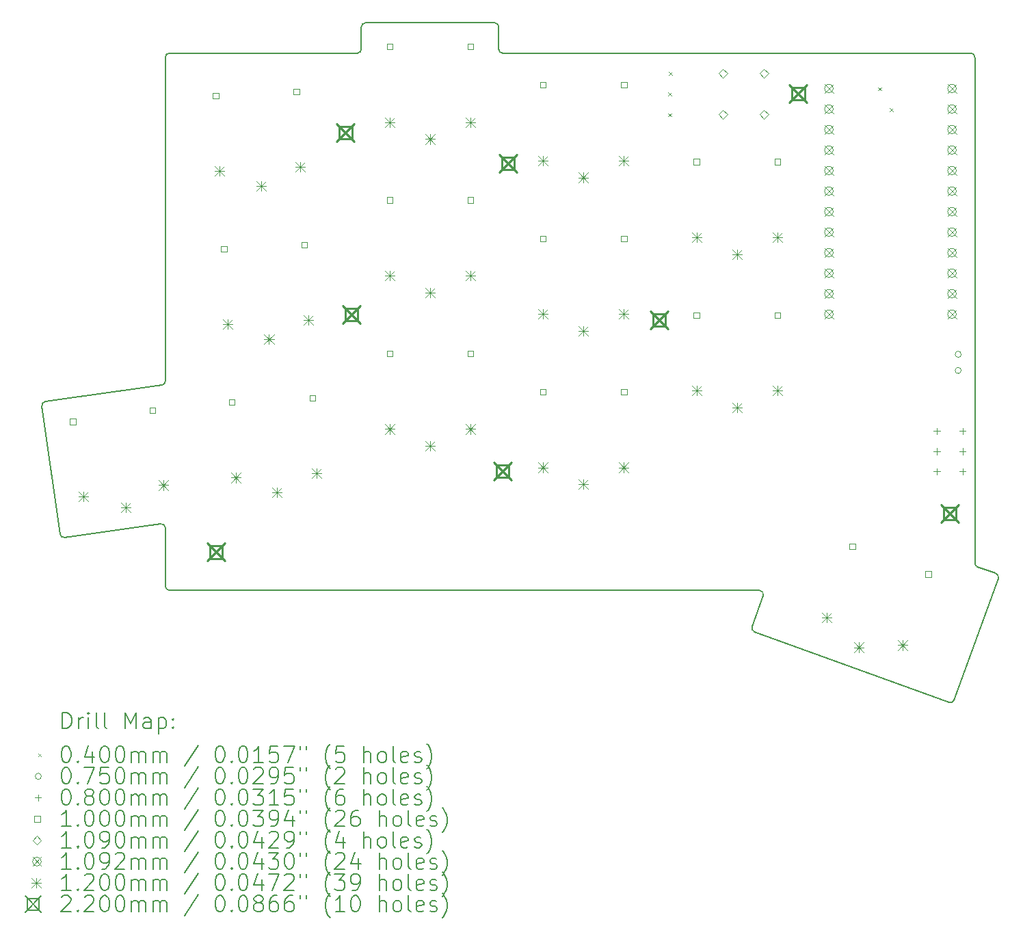
<source format=gbr>
%TF.GenerationSoftware,KiCad,Pcbnew,8.0.6-1.fc41*%
%TF.CreationDate,2024-12-09T09:59:33+11:00*%
%TF.ProjectId,pueo-mx-spaced,7075656f-2d6d-4782-9d73-70616365642e,0.1*%
%TF.SameCoordinates,Original*%
%TF.FileFunction,Drillmap*%
%TF.FilePolarity,Positive*%
%FSLAX45Y45*%
G04 Gerber Fmt 4.5, Leading zero omitted, Abs format (unit mm)*
G04 Created by KiCad (PCBNEW 8.0.6-1.fc41) date 2024-12-09 09:59:33*
%MOMM*%
%LPD*%
G01*
G04 APERTURE LIST*
%ADD10C,0.150000*%
%ADD11C,0.200000*%
%ADD12C,0.100000*%
%ADD13C,0.109000*%
%ADD14C,0.109220*%
%ADD15C,0.120000*%
%ADD16C,0.220000*%
G04 APERTURE END LIST*
D10*
X20284162Y-5575847D02*
X14489162Y-5575847D01*
X20334162Y-11887789D02*
X20334162Y-5625847D01*
X20284162Y-5575847D02*
G75*
G02*
X20334167Y-5625847I0J-50005D01*
G01*
X20367061Y-11934773D02*
G75*
G02*
X20334164Y-11887789I17101J46982D01*
G01*
X20593719Y-12017270D02*
X20367061Y-11934773D01*
X12739162Y-5250846D02*
G75*
G02*
X12789162Y-5200844I50003J-1D01*
G01*
X12739162Y-5525847D02*
G75*
G02*
X12689162Y-5575844I-49997J-1D01*
G01*
X8784402Y-9944600D02*
X9007079Y-11529029D01*
X8826956Y-9888128D02*
X10268621Y-9685516D01*
X10311662Y-5625847D02*
G75*
G02*
X10361662Y-5575844I50003J-1D01*
G01*
X20076371Y-13584864D02*
G75*
G02*
X20012283Y-13614751I-46986J17097D01*
G01*
X14489162Y-5575847D02*
G75*
G02*
X14439165Y-5525847I4J50000D01*
G01*
X17713535Y-12292948D02*
X17574721Y-12674338D01*
X10311662Y-9636002D02*
G75*
G02*
X10268620Y-9685508I-49996J5D01*
G01*
X14389162Y-5200847D02*
X12789162Y-5200847D01*
X12689162Y-5575847D02*
X10361662Y-5575847D01*
X10311662Y-11453692D02*
X10311662Y-12175847D01*
X14439162Y-5525847D02*
X14439162Y-5250847D01*
X10254703Y-11404179D02*
G75*
G02*
X10311661Y-11453692I6962J-49509D01*
G01*
X9063551Y-11571584D02*
G75*
G02*
X9007080Y-11529029I-6955J49517D01*
G01*
X17604605Y-12738423D02*
G75*
G02*
X17574719Y-12674337I17100J46986D01*
G01*
X20076371Y-13584864D02*
X20623603Y-12081356D01*
X8784402Y-9944601D02*
G75*
G02*
X8826956Y-9888124I49513J6963D01*
G01*
X17604605Y-12738423D02*
X20012285Y-13614747D01*
X17666551Y-12225847D02*
G75*
G02*
X17713540Y-12292950I4J-50001D01*
G01*
X10361662Y-12225847D02*
X17666551Y-12225847D01*
X10311662Y-5625847D02*
X10311662Y-9636002D01*
X10361662Y-12225847D02*
G75*
G02*
X10311666Y-12175847I3J49999D01*
G01*
X20593719Y-12017270D02*
G75*
G02*
X20623604Y-12081356I-17104J-46987D01*
G01*
X9063551Y-11571584D02*
X10254703Y-11404179D01*
X14389162Y-5200847D02*
G75*
G02*
X14439165Y-5250847I3J-50000D01*
G01*
X12739162Y-5250846D02*
X12739162Y-5525847D01*
D11*
D12*
X16538955Y-6061794D02*
X16578955Y-6101794D01*
X16578955Y-6061794D02*
X16538955Y-6101794D01*
X16540329Y-6320449D02*
X16580329Y-6360449D01*
X16580329Y-6320449D02*
X16540329Y-6360449D01*
X16545299Y-5805449D02*
X16585299Y-5845449D01*
X16585299Y-5805449D02*
X16545299Y-5845449D01*
X19140000Y-6000000D02*
X19180000Y-6040000D01*
X19180000Y-6000000D02*
X19140000Y-6040000D01*
X19280000Y-6260000D02*
X19320000Y-6300000D01*
X19320000Y-6260000D02*
X19280000Y-6300000D01*
X20165770Y-9504847D02*
G75*
G02*
X20090770Y-9504847I-37500J0D01*
G01*
X20090770Y-9504847D02*
G75*
G02*
X20165770Y-9504847I37500J0D01*
G01*
X20165770Y-9304847D02*
G75*
G02*
X20090770Y-9304847I-37500J0D01*
G01*
X20090770Y-9304847D02*
G75*
G02*
X20165770Y-9304847I37500J0D01*
G01*
X19863860Y-10465347D02*
X19863860Y-10545347D01*
X19823860Y-10505347D02*
X19903860Y-10505347D01*
X19863861Y-10215347D02*
X19863861Y-10295347D01*
X19823861Y-10255347D02*
X19903861Y-10255347D01*
X19863862Y-10715347D02*
X19863862Y-10795347D01*
X19823862Y-10755347D02*
X19903862Y-10755347D01*
X20183861Y-10715347D02*
X20183861Y-10795347D01*
X20143861Y-10755347D02*
X20223861Y-10755347D01*
X20183862Y-10465347D02*
X20183862Y-10545347D01*
X20143862Y-10505347D02*
X20223862Y-10505347D01*
X20183862Y-10215346D02*
X20183862Y-10295346D01*
X20143862Y-10255346D02*
X20223862Y-10255346D01*
X9200449Y-10173861D02*
X9200449Y-10103150D01*
X9129737Y-10103150D01*
X9129737Y-10173861D01*
X9200449Y-10173861D01*
X10190716Y-10034688D02*
X10190716Y-9963977D01*
X10120005Y-9963977D01*
X10120005Y-10034688D01*
X10190716Y-10034688D01*
X10972407Y-6138497D02*
X10972407Y-6067785D01*
X10901696Y-6067785D01*
X10901696Y-6138497D01*
X10972407Y-6138497D01*
X11071845Y-8035893D02*
X11071845Y-7965181D01*
X11001134Y-7965181D01*
X11001134Y-8035893D01*
X11071845Y-8035893D01*
X11171284Y-9933289D02*
X11171284Y-9862577D01*
X11100573Y-9862577D01*
X11100573Y-9933289D01*
X11171284Y-9933289D01*
X11971037Y-6086161D02*
X11971037Y-6015449D01*
X11900325Y-6015449D01*
X11900325Y-6086161D01*
X11971037Y-6086161D01*
X12070475Y-7983557D02*
X12070475Y-7912845D01*
X11999763Y-7912845D01*
X11999763Y-7983557D01*
X12070475Y-7983557D01*
X12169913Y-9880953D02*
X12169913Y-9810241D01*
X12099202Y-9810241D01*
X12099202Y-9880953D01*
X12169913Y-9880953D01*
X13124517Y-7431202D02*
X13124517Y-7360491D01*
X13053806Y-7360491D01*
X13053806Y-7431202D01*
X13124517Y-7431202D01*
X13124517Y-9331203D02*
X13124517Y-9260492D01*
X13053806Y-9260492D01*
X13053806Y-9331203D01*
X13124517Y-9331203D01*
X13124517Y-5531203D02*
X13124517Y-5460491D01*
X13053806Y-5460491D01*
X13053806Y-5531203D01*
X13124517Y-5531203D01*
X14124517Y-7431202D02*
X14124517Y-7360491D01*
X14053806Y-7360491D01*
X14053806Y-7431202D01*
X14124517Y-7431202D01*
X14124517Y-9331203D02*
X14124517Y-9260491D01*
X14053806Y-9260491D01*
X14053806Y-9331203D01*
X14124517Y-9331203D01*
X14124517Y-5531202D02*
X14124517Y-5460491D01*
X14053806Y-5460491D01*
X14053806Y-5531202D01*
X14124517Y-5531202D01*
X15024517Y-9806203D02*
X15024517Y-9735491D01*
X14953806Y-9735491D01*
X14953806Y-9806203D01*
X15024517Y-9806203D01*
X15024517Y-6006203D02*
X15024517Y-5935491D01*
X14953806Y-5935491D01*
X14953806Y-6006203D01*
X15024517Y-6006203D01*
X15024517Y-7906203D02*
X15024517Y-7835491D01*
X14953806Y-7835491D01*
X14953806Y-7906203D01*
X15024517Y-7906203D01*
X16024517Y-9806202D02*
X16024517Y-9735491D01*
X15953806Y-9735491D01*
X15953806Y-9806202D01*
X16024517Y-9806202D01*
X16024517Y-6006202D02*
X16024517Y-5935491D01*
X15953806Y-5935491D01*
X15953806Y-6006202D01*
X16024517Y-6006202D01*
X16024518Y-7906202D02*
X16024518Y-7835491D01*
X15953806Y-7835491D01*
X15953806Y-7906202D01*
X16024518Y-7906202D01*
X16924517Y-8856202D02*
X16924517Y-8785491D01*
X16853806Y-8785491D01*
X16853806Y-8856202D01*
X16924517Y-8856202D01*
X16924517Y-6956203D02*
X16924517Y-6885491D01*
X16853806Y-6885491D01*
X16853806Y-6956203D01*
X16924517Y-6956203D01*
X17924517Y-8856202D02*
X17924517Y-8785491D01*
X17853806Y-8785491D01*
X17853806Y-8856202D01*
X17924517Y-8856202D01*
X17924518Y-6956202D02*
X17924518Y-6885491D01*
X17853806Y-6885491D01*
X17853806Y-6956202D01*
X17924518Y-6956202D01*
X18854492Y-11720663D02*
X18854492Y-11649951D01*
X18783781Y-11649951D01*
X18783781Y-11720663D01*
X18854492Y-11720663D01*
X19794185Y-12062683D02*
X19794185Y-11991972D01*
X19723473Y-11991972D01*
X19723473Y-12062683D01*
X19794185Y-12062683D01*
D13*
X17216814Y-5882294D02*
X17271314Y-5827794D01*
X17216814Y-5773294D01*
X17162314Y-5827794D01*
X17216814Y-5882294D01*
X17216814Y-6390294D02*
X17271314Y-6335794D01*
X17216814Y-6281294D01*
X17162314Y-6335794D01*
X17216814Y-6390294D01*
X17724814Y-5882294D02*
X17779314Y-5827794D01*
X17724814Y-5773294D01*
X17670314Y-5827794D01*
X17724814Y-5882294D01*
X17724814Y-6390294D02*
X17779314Y-6335794D01*
X17724814Y-6281294D01*
X17670314Y-6335794D01*
X17724814Y-6390294D01*
D14*
X18472552Y-5959237D02*
X18581772Y-6068457D01*
X18581772Y-5959237D02*
X18472552Y-6068457D01*
X18581772Y-6013847D02*
G75*
G02*
X18472552Y-6013847I-54610J0D01*
G01*
X18472552Y-6013847D02*
G75*
G02*
X18581772Y-6013847I54610J0D01*
G01*
X18472552Y-6213237D02*
X18581772Y-6322457D01*
X18581772Y-6213237D02*
X18472552Y-6322457D01*
X18581772Y-6267847D02*
G75*
G02*
X18472552Y-6267847I-54610J0D01*
G01*
X18472552Y-6267847D02*
G75*
G02*
X18581772Y-6267847I54610J0D01*
G01*
X18472552Y-7483237D02*
X18581772Y-7592457D01*
X18581772Y-7483237D02*
X18472552Y-7592457D01*
X18581772Y-7537847D02*
G75*
G02*
X18472552Y-7537847I-54610J0D01*
G01*
X18472552Y-7537847D02*
G75*
G02*
X18581772Y-7537847I54610J0D01*
G01*
X18472552Y-8499237D02*
X18581772Y-8608457D01*
X18581772Y-8499237D02*
X18472552Y-8608457D01*
X18581772Y-8553847D02*
G75*
G02*
X18472552Y-8553847I-54610J0D01*
G01*
X18472552Y-8553847D02*
G75*
G02*
X18581772Y-8553847I54610J0D01*
G01*
X18472552Y-6975237D02*
X18581772Y-7084457D01*
X18581772Y-6975237D02*
X18472552Y-7084457D01*
X18581772Y-7029847D02*
G75*
G02*
X18472552Y-7029847I-54610J0D01*
G01*
X18472552Y-7029847D02*
G75*
G02*
X18581772Y-7029847I54610J0D01*
G01*
X18472552Y-7229237D02*
X18581772Y-7338457D01*
X18581772Y-7229237D02*
X18472552Y-7338457D01*
X18581772Y-7283847D02*
G75*
G02*
X18472552Y-7283847I-54610J0D01*
G01*
X18472552Y-7283847D02*
G75*
G02*
X18581772Y-7283847I54610J0D01*
G01*
X18472552Y-7737237D02*
X18581772Y-7846457D01*
X18581772Y-7737237D02*
X18472552Y-7846457D01*
X18581772Y-7791847D02*
G75*
G02*
X18472552Y-7791847I-54610J0D01*
G01*
X18472552Y-7791847D02*
G75*
G02*
X18581772Y-7791847I54610J0D01*
G01*
X18472552Y-7991237D02*
X18581772Y-8100457D01*
X18581772Y-7991237D02*
X18472552Y-8100457D01*
X18581772Y-8045847D02*
G75*
G02*
X18472552Y-8045847I-54610J0D01*
G01*
X18472552Y-8045847D02*
G75*
G02*
X18581772Y-8045847I54610J0D01*
G01*
X18472552Y-8245237D02*
X18581772Y-8354457D01*
X18581772Y-8245237D02*
X18472552Y-8354457D01*
X18581772Y-8299847D02*
G75*
G02*
X18472552Y-8299847I-54610J0D01*
G01*
X18472552Y-8299847D02*
G75*
G02*
X18581772Y-8299847I54610J0D01*
G01*
X18472552Y-8753237D02*
X18581772Y-8862457D01*
X18581772Y-8753237D02*
X18472552Y-8862457D01*
X18581772Y-8807847D02*
G75*
G02*
X18472552Y-8807847I-54610J0D01*
G01*
X18472552Y-8807847D02*
G75*
G02*
X18581772Y-8807847I54610J0D01*
G01*
X18472552Y-6467237D02*
X18581772Y-6576457D01*
X18581772Y-6467237D02*
X18472552Y-6576457D01*
X18581772Y-6521847D02*
G75*
G02*
X18472552Y-6521847I-54610J0D01*
G01*
X18472552Y-6521847D02*
G75*
G02*
X18581772Y-6521847I54610J0D01*
G01*
X18472552Y-6721237D02*
X18581772Y-6830457D01*
X18581772Y-6721237D02*
X18472552Y-6830457D01*
X18581772Y-6775847D02*
G75*
G02*
X18472552Y-6775847I-54610J0D01*
G01*
X18472552Y-6775847D02*
G75*
G02*
X18581772Y-6775847I54610J0D01*
G01*
X19996552Y-7991237D02*
X20105772Y-8100457D01*
X20105772Y-7991237D02*
X19996552Y-8100457D01*
X20105772Y-8045847D02*
G75*
G02*
X19996552Y-8045847I-54610J0D01*
G01*
X19996552Y-8045847D02*
G75*
G02*
X20105772Y-8045847I54610J0D01*
G01*
X19996552Y-8245237D02*
X20105772Y-8354457D01*
X20105772Y-8245237D02*
X19996552Y-8354457D01*
X20105772Y-8299847D02*
G75*
G02*
X19996552Y-8299847I-54610J0D01*
G01*
X19996552Y-8299847D02*
G75*
G02*
X20105772Y-8299847I54610J0D01*
G01*
X19996552Y-5959237D02*
X20105772Y-6068457D01*
X20105772Y-5959237D02*
X19996552Y-6068457D01*
X20105772Y-6013847D02*
G75*
G02*
X19996552Y-6013847I-54610J0D01*
G01*
X19996552Y-6013847D02*
G75*
G02*
X20105772Y-6013847I54610J0D01*
G01*
X19996552Y-6467237D02*
X20105772Y-6576457D01*
X20105772Y-6467237D02*
X19996552Y-6576457D01*
X20105772Y-6521847D02*
G75*
G02*
X19996552Y-6521847I-54610J0D01*
G01*
X19996552Y-6521847D02*
G75*
G02*
X20105772Y-6521847I54610J0D01*
G01*
X19996552Y-6721237D02*
X20105772Y-6830457D01*
X20105772Y-6721237D02*
X19996552Y-6830457D01*
X20105772Y-6775847D02*
G75*
G02*
X19996552Y-6775847I-54610J0D01*
G01*
X19996552Y-6775847D02*
G75*
G02*
X20105772Y-6775847I54610J0D01*
G01*
X19996552Y-6975237D02*
X20105772Y-7084457D01*
X20105772Y-6975237D02*
X19996552Y-7084457D01*
X20105772Y-7029847D02*
G75*
G02*
X19996552Y-7029847I-54610J0D01*
G01*
X19996552Y-7029847D02*
G75*
G02*
X20105772Y-7029847I54610J0D01*
G01*
X19996552Y-7483237D02*
X20105772Y-7592457D01*
X20105772Y-7483237D02*
X19996552Y-7592457D01*
X20105772Y-7537847D02*
G75*
G02*
X19996552Y-7537847I-54610J0D01*
G01*
X19996552Y-7537847D02*
G75*
G02*
X20105772Y-7537847I54610J0D01*
G01*
X19996552Y-7737237D02*
X20105772Y-7846457D01*
X20105772Y-7737237D02*
X19996552Y-7846457D01*
X20105772Y-7791847D02*
G75*
G02*
X19996552Y-7791847I-54610J0D01*
G01*
X19996552Y-7791847D02*
G75*
G02*
X20105772Y-7791847I54610J0D01*
G01*
X19996552Y-6213237D02*
X20105772Y-6322457D01*
X20105772Y-6213237D02*
X19996552Y-6322457D01*
X20105772Y-6267847D02*
G75*
G02*
X19996552Y-6267847I-54610J0D01*
G01*
X19996552Y-6267847D02*
G75*
G02*
X20105772Y-6267847I54610J0D01*
G01*
X19996552Y-7229237D02*
X20105772Y-7338457D01*
X20105772Y-7229237D02*
X19996552Y-7338457D01*
X20105772Y-7283847D02*
G75*
G02*
X19996552Y-7283847I-54610J0D01*
G01*
X19996552Y-7283847D02*
G75*
G02*
X20105772Y-7283847I54610J0D01*
G01*
X19996552Y-8499237D02*
X20105772Y-8608457D01*
X20105772Y-8499237D02*
X19996552Y-8608457D01*
X20105772Y-8553847D02*
G75*
G02*
X19996552Y-8553847I-54610J0D01*
G01*
X19996552Y-8553847D02*
G75*
G02*
X20105772Y-8553847I54610J0D01*
G01*
X19996552Y-8753237D02*
X20105772Y-8862457D01*
X20105772Y-8753237D02*
X19996552Y-8862457D01*
X20105772Y-8807847D02*
G75*
G02*
X19996552Y-8807847I-54610J0D01*
G01*
X19996552Y-8807847D02*
G75*
G02*
X20105772Y-8807847I54610J0D01*
G01*
D15*
X9235220Y-11004406D02*
X9355220Y-11124406D01*
X9355220Y-11004406D02*
X9235220Y-11124406D01*
X9295220Y-11004406D02*
X9295220Y-11124406D01*
X9235220Y-11064406D02*
X9355220Y-11064406D01*
X9759580Y-11142776D02*
X9879580Y-11262776D01*
X9879580Y-11142776D02*
X9759580Y-11262776D01*
X9819580Y-11142776D02*
X9819580Y-11262776D01*
X9759580Y-11202776D02*
X9879580Y-11202776D01*
X10225488Y-10865233D02*
X10345488Y-10985233D01*
X10345488Y-10865233D02*
X10225488Y-10985233D01*
X10285488Y-10865233D02*
X10285488Y-10985233D01*
X10225488Y-10925233D02*
X10345488Y-10925233D01*
X10925985Y-6976860D02*
X11045985Y-7096860D01*
X11045985Y-6976860D02*
X10925985Y-7096860D01*
X10985985Y-6976860D02*
X10985985Y-7096860D01*
X10925985Y-7036860D02*
X11045985Y-7036860D01*
X11025424Y-8874256D02*
X11145424Y-8994256D01*
X11145424Y-8874256D02*
X11025424Y-8994256D01*
X11085424Y-8874256D02*
X11085424Y-8994256D01*
X11025424Y-8934256D02*
X11145424Y-8934256D01*
X11124862Y-10771652D02*
X11244862Y-10891652D01*
X11244862Y-10771652D02*
X11124862Y-10891652D01*
X11184862Y-10771652D02*
X11184862Y-10891652D01*
X11124862Y-10831652D02*
X11244862Y-10831652D01*
X11436291Y-7160404D02*
X11556291Y-7280404D01*
X11556291Y-7160404D02*
X11436291Y-7280404D01*
X11496291Y-7160404D02*
X11496291Y-7280404D01*
X11436291Y-7220404D02*
X11556291Y-7220404D01*
X11535729Y-9057800D02*
X11655729Y-9177800D01*
X11655729Y-9057800D02*
X11535729Y-9177800D01*
X11595729Y-9057800D02*
X11595729Y-9177800D01*
X11535729Y-9117800D02*
X11655729Y-9117800D01*
X11635167Y-10955196D02*
X11755167Y-11075196D01*
X11755167Y-10955196D02*
X11635167Y-11075196D01*
X11695167Y-10955196D02*
X11695167Y-11075196D01*
X11635167Y-11015196D02*
X11755167Y-11015196D01*
X11924615Y-6924524D02*
X12044615Y-7044524D01*
X12044615Y-6924524D02*
X11924615Y-7044524D01*
X11984615Y-6924524D02*
X11984615Y-7044524D01*
X11924615Y-6984524D02*
X12044615Y-6984524D01*
X12024053Y-8821920D02*
X12144053Y-8941920D01*
X12144053Y-8821920D02*
X12024053Y-8941920D01*
X12084053Y-8821920D02*
X12084053Y-8941920D01*
X12024053Y-8881920D02*
X12144053Y-8881920D01*
X12123492Y-10719316D02*
X12243492Y-10839316D01*
X12243492Y-10719316D02*
X12123492Y-10839316D01*
X12183492Y-10719316D02*
X12183492Y-10839316D01*
X12123492Y-10779316D02*
X12243492Y-10779316D01*
X13029161Y-8270847D02*
X13149161Y-8390847D01*
X13149161Y-8270847D02*
X13029161Y-8390847D01*
X13089161Y-8270847D02*
X13089161Y-8390847D01*
X13029161Y-8330847D02*
X13149161Y-8330847D01*
X13029162Y-10170847D02*
X13149162Y-10290847D01*
X13149162Y-10170847D02*
X13029162Y-10290847D01*
X13089162Y-10170847D02*
X13089162Y-10290847D01*
X13029162Y-10230847D02*
X13149162Y-10230847D01*
X13029162Y-6370847D02*
X13149162Y-6490847D01*
X13149162Y-6370847D02*
X13029162Y-6490847D01*
X13089162Y-6370847D02*
X13089162Y-6490847D01*
X13029162Y-6430847D02*
X13149162Y-6430847D01*
X13529161Y-8480847D02*
X13649161Y-8600847D01*
X13649161Y-8480847D02*
X13529161Y-8600847D01*
X13589161Y-8480847D02*
X13589161Y-8600847D01*
X13529161Y-8540847D02*
X13649161Y-8540847D01*
X13529162Y-10380847D02*
X13649162Y-10500847D01*
X13649162Y-10380847D02*
X13529162Y-10500847D01*
X13589162Y-10380847D02*
X13589162Y-10500847D01*
X13529162Y-10440847D02*
X13649162Y-10440847D01*
X13529162Y-6580847D02*
X13649162Y-6700847D01*
X13649162Y-6580847D02*
X13529162Y-6700847D01*
X13589162Y-6580847D02*
X13589162Y-6700847D01*
X13529162Y-6640847D02*
X13649162Y-6640847D01*
X14029161Y-8270847D02*
X14149161Y-8390847D01*
X14149161Y-8270847D02*
X14029161Y-8390847D01*
X14089161Y-8270847D02*
X14089161Y-8390847D01*
X14029161Y-8330847D02*
X14149161Y-8330847D01*
X14029162Y-10170847D02*
X14149162Y-10290847D01*
X14149162Y-10170847D02*
X14029162Y-10290847D01*
X14089162Y-10170847D02*
X14089162Y-10290847D01*
X14029162Y-10230847D02*
X14149162Y-10230847D01*
X14029162Y-6370847D02*
X14149162Y-6490847D01*
X14149162Y-6370847D02*
X14029162Y-6490847D01*
X14089162Y-6370847D02*
X14089162Y-6490847D01*
X14029162Y-6430847D02*
X14149162Y-6430847D01*
X14929162Y-10645847D02*
X15049162Y-10765847D01*
X15049162Y-10645847D02*
X14929162Y-10765847D01*
X14989162Y-10645847D02*
X14989162Y-10765847D01*
X14929162Y-10705847D02*
X15049162Y-10705847D01*
X14929162Y-6845847D02*
X15049162Y-6965847D01*
X15049162Y-6845847D02*
X14929162Y-6965847D01*
X14989162Y-6845847D02*
X14989162Y-6965847D01*
X14929162Y-6905847D02*
X15049162Y-6905847D01*
X14929162Y-8745847D02*
X15049162Y-8865847D01*
X15049162Y-8745847D02*
X14929162Y-8865847D01*
X14989162Y-8745847D02*
X14989162Y-8865847D01*
X14929162Y-8805847D02*
X15049162Y-8805847D01*
X15429162Y-10855847D02*
X15549162Y-10975847D01*
X15549162Y-10855847D02*
X15429162Y-10975847D01*
X15489162Y-10855847D02*
X15489162Y-10975847D01*
X15429162Y-10915847D02*
X15549162Y-10915847D01*
X15429162Y-7055847D02*
X15549162Y-7175847D01*
X15549162Y-7055847D02*
X15429162Y-7175847D01*
X15489162Y-7055847D02*
X15489162Y-7175847D01*
X15429162Y-7115847D02*
X15549162Y-7115847D01*
X15429162Y-8955847D02*
X15549162Y-9075847D01*
X15549162Y-8955847D02*
X15429162Y-9075847D01*
X15489162Y-8955847D02*
X15489162Y-9075847D01*
X15429162Y-9015847D02*
X15549162Y-9015847D01*
X15929162Y-10645847D02*
X16049162Y-10765847D01*
X16049162Y-10645847D02*
X15929162Y-10765847D01*
X15989162Y-10645847D02*
X15989162Y-10765847D01*
X15929162Y-10705847D02*
X16049162Y-10705847D01*
X15929162Y-6845847D02*
X16049162Y-6965847D01*
X16049162Y-6845847D02*
X15929162Y-6965847D01*
X15989162Y-6845847D02*
X15989162Y-6965847D01*
X15929162Y-6905847D02*
X16049162Y-6905847D01*
X15929162Y-8745847D02*
X16049162Y-8865847D01*
X16049162Y-8745847D02*
X15929162Y-8865847D01*
X15989162Y-8745847D02*
X15989162Y-8865847D01*
X15929162Y-8805847D02*
X16049162Y-8805847D01*
X16829162Y-9695847D02*
X16949162Y-9815847D01*
X16949162Y-9695847D02*
X16829162Y-9815847D01*
X16889162Y-9695847D02*
X16889162Y-9815847D01*
X16829162Y-9755847D02*
X16949162Y-9755847D01*
X16829162Y-7795847D02*
X16949162Y-7915847D01*
X16949162Y-7795847D02*
X16829162Y-7915847D01*
X16889162Y-7795847D02*
X16889162Y-7915847D01*
X16829162Y-7855847D02*
X16949162Y-7855847D01*
X17329162Y-9905847D02*
X17449162Y-10025847D01*
X17449162Y-9905847D02*
X17329162Y-10025847D01*
X17389162Y-9905847D02*
X17389162Y-10025847D01*
X17329162Y-9965847D02*
X17449162Y-9965847D01*
X17329162Y-8005847D02*
X17449162Y-8125847D01*
X17449162Y-8005847D02*
X17329162Y-8125847D01*
X17389162Y-8005847D02*
X17389162Y-8125847D01*
X17329162Y-8065847D02*
X17449162Y-8065847D01*
X17829162Y-9695847D02*
X17949162Y-9815847D01*
X17949162Y-9695847D02*
X17829162Y-9815847D01*
X17889162Y-9695847D02*
X17889162Y-9815847D01*
X17829162Y-9755847D02*
X17949162Y-9755847D01*
X17829162Y-7795847D02*
X17949162Y-7915847D01*
X17949162Y-7795847D02*
X17829162Y-7915847D01*
X17889162Y-7795847D02*
X17889162Y-7915847D01*
X17829162Y-7855847D02*
X17949162Y-7855847D01*
X18439348Y-12503920D02*
X18559348Y-12623920D01*
X18559348Y-12503920D02*
X18439348Y-12623920D01*
X18499348Y-12503920D02*
X18499348Y-12623920D01*
X18439348Y-12563920D02*
X18559348Y-12563920D01*
X18837370Y-12872265D02*
X18957370Y-12992265D01*
X18957370Y-12872265D02*
X18837370Y-12992265D01*
X18897370Y-12872265D02*
X18897370Y-12992265D01*
X18837370Y-12932265D02*
X18957370Y-12932265D01*
X19379040Y-12845940D02*
X19499040Y-12965940D01*
X19499040Y-12845940D02*
X19379040Y-12965940D01*
X19439040Y-12845940D02*
X19439040Y-12965940D01*
X19379040Y-12905940D02*
X19499040Y-12905940D01*
D16*
X10830283Y-11644182D02*
X11050283Y-11864182D01*
X11050283Y-11644182D02*
X10830283Y-11864182D01*
X11018066Y-11831964D02*
X11018066Y-11676399D01*
X10862501Y-11676399D01*
X10862501Y-11831964D01*
X11018066Y-11831964D01*
X12433932Y-6451308D02*
X12653932Y-6671308D01*
X12653932Y-6451308D02*
X12433932Y-6671308D01*
X12621715Y-6639090D02*
X12621715Y-6483525D01*
X12466150Y-6483525D01*
X12466150Y-6639090D01*
X12621715Y-6639090D01*
X12507699Y-8702890D02*
X12727699Y-8922890D01*
X12727699Y-8702890D02*
X12507699Y-8922890D01*
X12695481Y-8890672D02*
X12695481Y-8735107D01*
X12539916Y-8735107D01*
X12539916Y-8890672D01*
X12695481Y-8890672D01*
X14379162Y-10640847D02*
X14599162Y-10860847D01*
X14599162Y-10640847D02*
X14379162Y-10860847D01*
X14566944Y-10828629D02*
X14566944Y-10673064D01*
X14411379Y-10673064D01*
X14411379Y-10828629D01*
X14566944Y-10828629D01*
X14379162Y-10640847D02*
X14599162Y-10860847D01*
X14599162Y-10640847D02*
X14379162Y-10860847D01*
X14566944Y-10828629D02*
X14566944Y-10673064D01*
X14411379Y-10673064D01*
X14411379Y-10828629D01*
X14566944Y-10828629D01*
X14445655Y-6831427D02*
X14665655Y-7051427D01*
X14665655Y-6831427D02*
X14445655Y-7051427D01*
X14633438Y-7019209D02*
X14633438Y-6863644D01*
X14477873Y-6863644D01*
X14477873Y-7019209D01*
X14633438Y-7019209D01*
X16317118Y-8769384D02*
X16537118Y-8989384D01*
X16537118Y-8769384D02*
X16317118Y-8989384D01*
X16504901Y-8957166D02*
X16504901Y-8801601D01*
X16349336Y-8801601D01*
X16349336Y-8957166D01*
X16504901Y-8957166D01*
X18039162Y-5965847D02*
X18259162Y-6185847D01*
X18259162Y-5965847D02*
X18039162Y-6185847D01*
X18226944Y-6153629D02*
X18226944Y-5998064D01*
X18071379Y-5998064D01*
X18071379Y-6153629D01*
X18226944Y-6153629D01*
X19917447Y-11164216D02*
X20137447Y-11384216D01*
X20137447Y-11164216D02*
X19917447Y-11384216D01*
X20105230Y-11351999D02*
X20105230Y-11196434D01*
X19949665Y-11196434D01*
X19949665Y-11351999D01*
X20105230Y-11351999D01*
X19917447Y-11164216D02*
X20137447Y-11384216D01*
X20137447Y-11164216D02*
X19917447Y-11384216D01*
X20105230Y-11351999D02*
X20105230Y-11196434D01*
X19949665Y-11196434D01*
X19949665Y-11351999D01*
X20105230Y-11351999D01*
D11*
X9037191Y-13936750D02*
X9037191Y-13736750D01*
X9037191Y-13736750D02*
X9084810Y-13736750D01*
X9084810Y-13736750D02*
X9113382Y-13746274D01*
X9113382Y-13746274D02*
X9132429Y-13765322D01*
X9132429Y-13765322D02*
X9141953Y-13784369D01*
X9141953Y-13784369D02*
X9151477Y-13822465D01*
X9151477Y-13822465D02*
X9151477Y-13851036D01*
X9151477Y-13851036D02*
X9141953Y-13889131D01*
X9141953Y-13889131D02*
X9132429Y-13908179D01*
X9132429Y-13908179D02*
X9113382Y-13927227D01*
X9113382Y-13927227D02*
X9084810Y-13936750D01*
X9084810Y-13936750D02*
X9037191Y-13936750D01*
X9237191Y-13936750D02*
X9237191Y-13803417D01*
X9237191Y-13841512D02*
X9246715Y-13822465D01*
X9246715Y-13822465D02*
X9256239Y-13812941D01*
X9256239Y-13812941D02*
X9275287Y-13803417D01*
X9275287Y-13803417D02*
X9294334Y-13803417D01*
X9361001Y-13936750D02*
X9361001Y-13803417D01*
X9361001Y-13736750D02*
X9351477Y-13746274D01*
X9351477Y-13746274D02*
X9361001Y-13755798D01*
X9361001Y-13755798D02*
X9370525Y-13746274D01*
X9370525Y-13746274D02*
X9361001Y-13736750D01*
X9361001Y-13736750D02*
X9361001Y-13755798D01*
X9484810Y-13936750D02*
X9465763Y-13927227D01*
X9465763Y-13927227D02*
X9456239Y-13908179D01*
X9456239Y-13908179D02*
X9456239Y-13736750D01*
X9589572Y-13936750D02*
X9570525Y-13927227D01*
X9570525Y-13927227D02*
X9561001Y-13908179D01*
X9561001Y-13908179D02*
X9561001Y-13736750D01*
X9818144Y-13936750D02*
X9818144Y-13736750D01*
X9818144Y-13736750D02*
X9884810Y-13879607D01*
X9884810Y-13879607D02*
X9951477Y-13736750D01*
X9951477Y-13736750D02*
X9951477Y-13936750D01*
X10132429Y-13936750D02*
X10132429Y-13831988D01*
X10132429Y-13831988D02*
X10122906Y-13812941D01*
X10122906Y-13812941D02*
X10103858Y-13803417D01*
X10103858Y-13803417D02*
X10065763Y-13803417D01*
X10065763Y-13803417D02*
X10046715Y-13812941D01*
X10132429Y-13927227D02*
X10113382Y-13936750D01*
X10113382Y-13936750D02*
X10065763Y-13936750D01*
X10065763Y-13936750D02*
X10046715Y-13927227D01*
X10046715Y-13927227D02*
X10037191Y-13908179D01*
X10037191Y-13908179D02*
X10037191Y-13889131D01*
X10037191Y-13889131D02*
X10046715Y-13870084D01*
X10046715Y-13870084D02*
X10065763Y-13860560D01*
X10065763Y-13860560D02*
X10113382Y-13860560D01*
X10113382Y-13860560D02*
X10132429Y-13851036D01*
X10227668Y-13803417D02*
X10227668Y-14003417D01*
X10227668Y-13812941D02*
X10246715Y-13803417D01*
X10246715Y-13803417D02*
X10284810Y-13803417D01*
X10284810Y-13803417D02*
X10303858Y-13812941D01*
X10303858Y-13812941D02*
X10313382Y-13822465D01*
X10313382Y-13822465D02*
X10322906Y-13841512D01*
X10322906Y-13841512D02*
X10322906Y-13898655D01*
X10322906Y-13898655D02*
X10313382Y-13917703D01*
X10313382Y-13917703D02*
X10303858Y-13927227D01*
X10303858Y-13927227D02*
X10284810Y-13936750D01*
X10284810Y-13936750D02*
X10246715Y-13936750D01*
X10246715Y-13936750D02*
X10227668Y-13927227D01*
X10408620Y-13917703D02*
X10418144Y-13927227D01*
X10418144Y-13927227D02*
X10408620Y-13936750D01*
X10408620Y-13936750D02*
X10399096Y-13927227D01*
X10399096Y-13927227D02*
X10408620Y-13917703D01*
X10408620Y-13917703D02*
X10408620Y-13936750D01*
X10408620Y-13812941D02*
X10418144Y-13822465D01*
X10418144Y-13822465D02*
X10408620Y-13831988D01*
X10408620Y-13831988D02*
X10399096Y-13822465D01*
X10399096Y-13822465D02*
X10408620Y-13812941D01*
X10408620Y-13812941D02*
X10408620Y-13831988D01*
D12*
X8736415Y-14245267D02*
X8776415Y-14285267D01*
X8776415Y-14245267D02*
X8736415Y-14285267D01*
D11*
X9075287Y-14156750D02*
X9094334Y-14156750D01*
X9094334Y-14156750D02*
X9113382Y-14166274D01*
X9113382Y-14166274D02*
X9122906Y-14175798D01*
X9122906Y-14175798D02*
X9132429Y-14194846D01*
X9132429Y-14194846D02*
X9141953Y-14232941D01*
X9141953Y-14232941D02*
X9141953Y-14280560D01*
X9141953Y-14280560D02*
X9132429Y-14318655D01*
X9132429Y-14318655D02*
X9122906Y-14337703D01*
X9122906Y-14337703D02*
X9113382Y-14347227D01*
X9113382Y-14347227D02*
X9094334Y-14356750D01*
X9094334Y-14356750D02*
X9075287Y-14356750D01*
X9075287Y-14356750D02*
X9056239Y-14347227D01*
X9056239Y-14347227D02*
X9046715Y-14337703D01*
X9046715Y-14337703D02*
X9037191Y-14318655D01*
X9037191Y-14318655D02*
X9027668Y-14280560D01*
X9027668Y-14280560D02*
X9027668Y-14232941D01*
X9027668Y-14232941D02*
X9037191Y-14194846D01*
X9037191Y-14194846D02*
X9046715Y-14175798D01*
X9046715Y-14175798D02*
X9056239Y-14166274D01*
X9056239Y-14166274D02*
X9075287Y-14156750D01*
X9227668Y-14337703D02*
X9237191Y-14347227D01*
X9237191Y-14347227D02*
X9227668Y-14356750D01*
X9227668Y-14356750D02*
X9218144Y-14347227D01*
X9218144Y-14347227D02*
X9227668Y-14337703D01*
X9227668Y-14337703D02*
X9227668Y-14356750D01*
X9408620Y-14223417D02*
X9408620Y-14356750D01*
X9361001Y-14147227D02*
X9313382Y-14290084D01*
X9313382Y-14290084D02*
X9437191Y-14290084D01*
X9551477Y-14156750D02*
X9570525Y-14156750D01*
X9570525Y-14156750D02*
X9589572Y-14166274D01*
X9589572Y-14166274D02*
X9599096Y-14175798D01*
X9599096Y-14175798D02*
X9608620Y-14194846D01*
X9608620Y-14194846D02*
X9618144Y-14232941D01*
X9618144Y-14232941D02*
X9618144Y-14280560D01*
X9618144Y-14280560D02*
X9608620Y-14318655D01*
X9608620Y-14318655D02*
X9599096Y-14337703D01*
X9599096Y-14337703D02*
X9589572Y-14347227D01*
X9589572Y-14347227D02*
X9570525Y-14356750D01*
X9570525Y-14356750D02*
X9551477Y-14356750D01*
X9551477Y-14356750D02*
X9532429Y-14347227D01*
X9532429Y-14347227D02*
X9522906Y-14337703D01*
X9522906Y-14337703D02*
X9513382Y-14318655D01*
X9513382Y-14318655D02*
X9503858Y-14280560D01*
X9503858Y-14280560D02*
X9503858Y-14232941D01*
X9503858Y-14232941D02*
X9513382Y-14194846D01*
X9513382Y-14194846D02*
X9522906Y-14175798D01*
X9522906Y-14175798D02*
X9532429Y-14166274D01*
X9532429Y-14166274D02*
X9551477Y-14156750D01*
X9741953Y-14156750D02*
X9761001Y-14156750D01*
X9761001Y-14156750D02*
X9780049Y-14166274D01*
X9780049Y-14166274D02*
X9789572Y-14175798D01*
X9789572Y-14175798D02*
X9799096Y-14194846D01*
X9799096Y-14194846D02*
X9808620Y-14232941D01*
X9808620Y-14232941D02*
X9808620Y-14280560D01*
X9808620Y-14280560D02*
X9799096Y-14318655D01*
X9799096Y-14318655D02*
X9789572Y-14337703D01*
X9789572Y-14337703D02*
X9780049Y-14347227D01*
X9780049Y-14347227D02*
X9761001Y-14356750D01*
X9761001Y-14356750D02*
X9741953Y-14356750D01*
X9741953Y-14356750D02*
X9722906Y-14347227D01*
X9722906Y-14347227D02*
X9713382Y-14337703D01*
X9713382Y-14337703D02*
X9703858Y-14318655D01*
X9703858Y-14318655D02*
X9694334Y-14280560D01*
X9694334Y-14280560D02*
X9694334Y-14232941D01*
X9694334Y-14232941D02*
X9703858Y-14194846D01*
X9703858Y-14194846D02*
X9713382Y-14175798D01*
X9713382Y-14175798D02*
X9722906Y-14166274D01*
X9722906Y-14166274D02*
X9741953Y-14156750D01*
X9894334Y-14356750D02*
X9894334Y-14223417D01*
X9894334Y-14242465D02*
X9903858Y-14232941D01*
X9903858Y-14232941D02*
X9922906Y-14223417D01*
X9922906Y-14223417D02*
X9951477Y-14223417D01*
X9951477Y-14223417D02*
X9970525Y-14232941D01*
X9970525Y-14232941D02*
X9980049Y-14251988D01*
X9980049Y-14251988D02*
X9980049Y-14356750D01*
X9980049Y-14251988D02*
X9989572Y-14232941D01*
X9989572Y-14232941D02*
X10008620Y-14223417D01*
X10008620Y-14223417D02*
X10037191Y-14223417D01*
X10037191Y-14223417D02*
X10056239Y-14232941D01*
X10056239Y-14232941D02*
X10065763Y-14251988D01*
X10065763Y-14251988D02*
X10065763Y-14356750D01*
X10161001Y-14356750D02*
X10161001Y-14223417D01*
X10161001Y-14242465D02*
X10170525Y-14232941D01*
X10170525Y-14232941D02*
X10189572Y-14223417D01*
X10189572Y-14223417D02*
X10218144Y-14223417D01*
X10218144Y-14223417D02*
X10237191Y-14232941D01*
X10237191Y-14232941D02*
X10246715Y-14251988D01*
X10246715Y-14251988D02*
X10246715Y-14356750D01*
X10246715Y-14251988D02*
X10256239Y-14232941D01*
X10256239Y-14232941D02*
X10275287Y-14223417D01*
X10275287Y-14223417D02*
X10303858Y-14223417D01*
X10303858Y-14223417D02*
X10322906Y-14232941D01*
X10322906Y-14232941D02*
X10332430Y-14251988D01*
X10332430Y-14251988D02*
X10332430Y-14356750D01*
X10722906Y-14147227D02*
X10551477Y-14404369D01*
X10980049Y-14156750D02*
X10999096Y-14156750D01*
X10999096Y-14156750D02*
X11018144Y-14166274D01*
X11018144Y-14166274D02*
X11027668Y-14175798D01*
X11027668Y-14175798D02*
X11037192Y-14194846D01*
X11037192Y-14194846D02*
X11046715Y-14232941D01*
X11046715Y-14232941D02*
X11046715Y-14280560D01*
X11046715Y-14280560D02*
X11037192Y-14318655D01*
X11037192Y-14318655D02*
X11027668Y-14337703D01*
X11027668Y-14337703D02*
X11018144Y-14347227D01*
X11018144Y-14347227D02*
X10999096Y-14356750D01*
X10999096Y-14356750D02*
X10980049Y-14356750D01*
X10980049Y-14356750D02*
X10961001Y-14347227D01*
X10961001Y-14347227D02*
X10951477Y-14337703D01*
X10951477Y-14337703D02*
X10941953Y-14318655D01*
X10941953Y-14318655D02*
X10932430Y-14280560D01*
X10932430Y-14280560D02*
X10932430Y-14232941D01*
X10932430Y-14232941D02*
X10941953Y-14194846D01*
X10941953Y-14194846D02*
X10951477Y-14175798D01*
X10951477Y-14175798D02*
X10961001Y-14166274D01*
X10961001Y-14166274D02*
X10980049Y-14156750D01*
X11132430Y-14337703D02*
X11141953Y-14347227D01*
X11141953Y-14347227D02*
X11132430Y-14356750D01*
X11132430Y-14356750D02*
X11122906Y-14347227D01*
X11122906Y-14347227D02*
X11132430Y-14337703D01*
X11132430Y-14337703D02*
X11132430Y-14356750D01*
X11265763Y-14156750D02*
X11284811Y-14156750D01*
X11284811Y-14156750D02*
X11303858Y-14166274D01*
X11303858Y-14166274D02*
X11313382Y-14175798D01*
X11313382Y-14175798D02*
X11322906Y-14194846D01*
X11322906Y-14194846D02*
X11332430Y-14232941D01*
X11332430Y-14232941D02*
X11332430Y-14280560D01*
X11332430Y-14280560D02*
X11322906Y-14318655D01*
X11322906Y-14318655D02*
X11313382Y-14337703D01*
X11313382Y-14337703D02*
X11303858Y-14347227D01*
X11303858Y-14347227D02*
X11284811Y-14356750D01*
X11284811Y-14356750D02*
X11265763Y-14356750D01*
X11265763Y-14356750D02*
X11246715Y-14347227D01*
X11246715Y-14347227D02*
X11237191Y-14337703D01*
X11237191Y-14337703D02*
X11227668Y-14318655D01*
X11227668Y-14318655D02*
X11218144Y-14280560D01*
X11218144Y-14280560D02*
X11218144Y-14232941D01*
X11218144Y-14232941D02*
X11227668Y-14194846D01*
X11227668Y-14194846D02*
X11237191Y-14175798D01*
X11237191Y-14175798D02*
X11246715Y-14166274D01*
X11246715Y-14166274D02*
X11265763Y-14156750D01*
X11522906Y-14356750D02*
X11408620Y-14356750D01*
X11465763Y-14356750D02*
X11465763Y-14156750D01*
X11465763Y-14156750D02*
X11446715Y-14185322D01*
X11446715Y-14185322D02*
X11427668Y-14204369D01*
X11427668Y-14204369D02*
X11408620Y-14213893D01*
X11703858Y-14156750D02*
X11608620Y-14156750D01*
X11608620Y-14156750D02*
X11599096Y-14251988D01*
X11599096Y-14251988D02*
X11608620Y-14242465D01*
X11608620Y-14242465D02*
X11627668Y-14232941D01*
X11627668Y-14232941D02*
X11675287Y-14232941D01*
X11675287Y-14232941D02*
X11694334Y-14242465D01*
X11694334Y-14242465D02*
X11703858Y-14251988D01*
X11703858Y-14251988D02*
X11713382Y-14271036D01*
X11713382Y-14271036D02*
X11713382Y-14318655D01*
X11713382Y-14318655D02*
X11703858Y-14337703D01*
X11703858Y-14337703D02*
X11694334Y-14347227D01*
X11694334Y-14347227D02*
X11675287Y-14356750D01*
X11675287Y-14356750D02*
X11627668Y-14356750D01*
X11627668Y-14356750D02*
X11608620Y-14347227D01*
X11608620Y-14347227D02*
X11599096Y-14337703D01*
X11780049Y-14156750D02*
X11913382Y-14156750D01*
X11913382Y-14156750D02*
X11827668Y-14356750D01*
X11980049Y-14156750D02*
X11980049Y-14194846D01*
X12056239Y-14156750D02*
X12056239Y-14194846D01*
X12351477Y-14432941D02*
X12341953Y-14423417D01*
X12341953Y-14423417D02*
X12322906Y-14394846D01*
X12322906Y-14394846D02*
X12313382Y-14375798D01*
X12313382Y-14375798D02*
X12303858Y-14347227D01*
X12303858Y-14347227D02*
X12294334Y-14299607D01*
X12294334Y-14299607D02*
X12294334Y-14261512D01*
X12294334Y-14261512D02*
X12303858Y-14213893D01*
X12303858Y-14213893D02*
X12313382Y-14185322D01*
X12313382Y-14185322D02*
X12322906Y-14166274D01*
X12322906Y-14166274D02*
X12341953Y-14137703D01*
X12341953Y-14137703D02*
X12351477Y-14128179D01*
X12522906Y-14156750D02*
X12427668Y-14156750D01*
X12427668Y-14156750D02*
X12418144Y-14251988D01*
X12418144Y-14251988D02*
X12427668Y-14242465D01*
X12427668Y-14242465D02*
X12446715Y-14232941D01*
X12446715Y-14232941D02*
X12494334Y-14232941D01*
X12494334Y-14232941D02*
X12513382Y-14242465D01*
X12513382Y-14242465D02*
X12522906Y-14251988D01*
X12522906Y-14251988D02*
X12532430Y-14271036D01*
X12532430Y-14271036D02*
X12532430Y-14318655D01*
X12532430Y-14318655D02*
X12522906Y-14337703D01*
X12522906Y-14337703D02*
X12513382Y-14347227D01*
X12513382Y-14347227D02*
X12494334Y-14356750D01*
X12494334Y-14356750D02*
X12446715Y-14356750D01*
X12446715Y-14356750D02*
X12427668Y-14347227D01*
X12427668Y-14347227D02*
X12418144Y-14337703D01*
X12770525Y-14356750D02*
X12770525Y-14156750D01*
X12856239Y-14356750D02*
X12856239Y-14251988D01*
X12856239Y-14251988D02*
X12846715Y-14232941D01*
X12846715Y-14232941D02*
X12827668Y-14223417D01*
X12827668Y-14223417D02*
X12799096Y-14223417D01*
X12799096Y-14223417D02*
X12780049Y-14232941D01*
X12780049Y-14232941D02*
X12770525Y-14242465D01*
X12980049Y-14356750D02*
X12961001Y-14347227D01*
X12961001Y-14347227D02*
X12951477Y-14337703D01*
X12951477Y-14337703D02*
X12941954Y-14318655D01*
X12941954Y-14318655D02*
X12941954Y-14261512D01*
X12941954Y-14261512D02*
X12951477Y-14242465D01*
X12951477Y-14242465D02*
X12961001Y-14232941D01*
X12961001Y-14232941D02*
X12980049Y-14223417D01*
X12980049Y-14223417D02*
X13008620Y-14223417D01*
X13008620Y-14223417D02*
X13027668Y-14232941D01*
X13027668Y-14232941D02*
X13037192Y-14242465D01*
X13037192Y-14242465D02*
X13046715Y-14261512D01*
X13046715Y-14261512D02*
X13046715Y-14318655D01*
X13046715Y-14318655D02*
X13037192Y-14337703D01*
X13037192Y-14337703D02*
X13027668Y-14347227D01*
X13027668Y-14347227D02*
X13008620Y-14356750D01*
X13008620Y-14356750D02*
X12980049Y-14356750D01*
X13161001Y-14356750D02*
X13141954Y-14347227D01*
X13141954Y-14347227D02*
X13132430Y-14328179D01*
X13132430Y-14328179D02*
X13132430Y-14156750D01*
X13313382Y-14347227D02*
X13294335Y-14356750D01*
X13294335Y-14356750D02*
X13256239Y-14356750D01*
X13256239Y-14356750D02*
X13237192Y-14347227D01*
X13237192Y-14347227D02*
X13227668Y-14328179D01*
X13227668Y-14328179D02*
X13227668Y-14251988D01*
X13227668Y-14251988D02*
X13237192Y-14232941D01*
X13237192Y-14232941D02*
X13256239Y-14223417D01*
X13256239Y-14223417D02*
X13294335Y-14223417D01*
X13294335Y-14223417D02*
X13313382Y-14232941D01*
X13313382Y-14232941D02*
X13322906Y-14251988D01*
X13322906Y-14251988D02*
X13322906Y-14271036D01*
X13322906Y-14271036D02*
X13227668Y-14290084D01*
X13399096Y-14347227D02*
X13418144Y-14356750D01*
X13418144Y-14356750D02*
X13456239Y-14356750D01*
X13456239Y-14356750D02*
X13475287Y-14347227D01*
X13475287Y-14347227D02*
X13484811Y-14328179D01*
X13484811Y-14328179D02*
X13484811Y-14318655D01*
X13484811Y-14318655D02*
X13475287Y-14299607D01*
X13475287Y-14299607D02*
X13456239Y-14290084D01*
X13456239Y-14290084D02*
X13427668Y-14290084D01*
X13427668Y-14290084D02*
X13408620Y-14280560D01*
X13408620Y-14280560D02*
X13399096Y-14261512D01*
X13399096Y-14261512D02*
X13399096Y-14251988D01*
X13399096Y-14251988D02*
X13408620Y-14232941D01*
X13408620Y-14232941D02*
X13427668Y-14223417D01*
X13427668Y-14223417D02*
X13456239Y-14223417D01*
X13456239Y-14223417D02*
X13475287Y-14232941D01*
X13551477Y-14432941D02*
X13561001Y-14423417D01*
X13561001Y-14423417D02*
X13580049Y-14394846D01*
X13580049Y-14394846D02*
X13589573Y-14375798D01*
X13589573Y-14375798D02*
X13599096Y-14347227D01*
X13599096Y-14347227D02*
X13608620Y-14299607D01*
X13608620Y-14299607D02*
X13608620Y-14261512D01*
X13608620Y-14261512D02*
X13599096Y-14213893D01*
X13599096Y-14213893D02*
X13589573Y-14185322D01*
X13589573Y-14185322D02*
X13580049Y-14166274D01*
X13580049Y-14166274D02*
X13561001Y-14137703D01*
X13561001Y-14137703D02*
X13551477Y-14128179D01*
D12*
X8776415Y-14529267D02*
G75*
G02*
X8701415Y-14529267I-37500J0D01*
G01*
X8701415Y-14529267D02*
G75*
G02*
X8776415Y-14529267I37500J0D01*
G01*
D11*
X9075287Y-14420750D02*
X9094334Y-14420750D01*
X9094334Y-14420750D02*
X9113382Y-14430274D01*
X9113382Y-14430274D02*
X9122906Y-14439798D01*
X9122906Y-14439798D02*
X9132429Y-14458846D01*
X9132429Y-14458846D02*
X9141953Y-14496941D01*
X9141953Y-14496941D02*
X9141953Y-14544560D01*
X9141953Y-14544560D02*
X9132429Y-14582655D01*
X9132429Y-14582655D02*
X9122906Y-14601703D01*
X9122906Y-14601703D02*
X9113382Y-14611227D01*
X9113382Y-14611227D02*
X9094334Y-14620750D01*
X9094334Y-14620750D02*
X9075287Y-14620750D01*
X9075287Y-14620750D02*
X9056239Y-14611227D01*
X9056239Y-14611227D02*
X9046715Y-14601703D01*
X9046715Y-14601703D02*
X9037191Y-14582655D01*
X9037191Y-14582655D02*
X9027668Y-14544560D01*
X9027668Y-14544560D02*
X9027668Y-14496941D01*
X9027668Y-14496941D02*
X9037191Y-14458846D01*
X9037191Y-14458846D02*
X9046715Y-14439798D01*
X9046715Y-14439798D02*
X9056239Y-14430274D01*
X9056239Y-14430274D02*
X9075287Y-14420750D01*
X9227668Y-14601703D02*
X9237191Y-14611227D01*
X9237191Y-14611227D02*
X9227668Y-14620750D01*
X9227668Y-14620750D02*
X9218144Y-14611227D01*
X9218144Y-14611227D02*
X9227668Y-14601703D01*
X9227668Y-14601703D02*
X9227668Y-14620750D01*
X9303858Y-14420750D02*
X9437191Y-14420750D01*
X9437191Y-14420750D02*
X9351477Y-14620750D01*
X9608620Y-14420750D02*
X9513382Y-14420750D01*
X9513382Y-14420750D02*
X9503858Y-14515988D01*
X9503858Y-14515988D02*
X9513382Y-14506465D01*
X9513382Y-14506465D02*
X9532429Y-14496941D01*
X9532429Y-14496941D02*
X9580049Y-14496941D01*
X9580049Y-14496941D02*
X9599096Y-14506465D01*
X9599096Y-14506465D02*
X9608620Y-14515988D01*
X9608620Y-14515988D02*
X9618144Y-14535036D01*
X9618144Y-14535036D02*
X9618144Y-14582655D01*
X9618144Y-14582655D02*
X9608620Y-14601703D01*
X9608620Y-14601703D02*
X9599096Y-14611227D01*
X9599096Y-14611227D02*
X9580049Y-14620750D01*
X9580049Y-14620750D02*
X9532429Y-14620750D01*
X9532429Y-14620750D02*
X9513382Y-14611227D01*
X9513382Y-14611227D02*
X9503858Y-14601703D01*
X9741953Y-14420750D02*
X9761001Y-14420750D01*
X9761001Y-14420750D02*
X9780049Y-14430274D01*
X9780049Y-14430274D02*
X9789572Y-14439798D01*
X9789572Y-14439798D02*
X9799096Y-14458846D01*
X9799096Y-14458846D02*
X9808620Y-14496941D01*
X9808620Y-14496941D02*
X9808620Y-14544560D01*
X9808620Y-14544560D02*
X9799096Y-14582655D01*
X9799096Y-14582655D02*
X9789572Y-14601703D01*
X9789572Y-14601703D02*
X9780049Y-14611227D01*
X9780049Y-14611227D02*
X9761001Y-14620750D01*
X9761001Y-14620750D02*
X9741953Y-14620750D01*
X9741953Y-14620750D02*
X9722906Y-14611227D01*
X9722906Y-14611227D02*
X9713382Y-14601703D01*
X9713382Y-14601703D02*
X9703858Y-14582655D01*
X9703858Y-14582655D02*
X9694334Y-14544560D01*
X9694334Y-14544560D02*
X9694334Y-14496941D01*
X9694334Y-14496941D02*
X9703858Y-14458846D01*
X9703858Y-14458846D02*
X9713382Y-14439798D01*
X9713382Y-14439798D02*
X9722906Y-14430274D01*
X9722906Y-14430274D02*
X9741953Y-14420750D01*
X9894334Y-14620750D02*
X9894334Y-14487417D01*
X9894334Y-14506465D02*
X9903858Y-14496941D01*
X9903858Y-14496941D02*
X9922906Y-14487417D01*
X9922906Y-14487417D02*
X9951477Y-14487417D01*
X9951477Y-14487417D02*
X9970525Y-14496941D01*
X9970525Y-14496941D02*
X9980049Y-14515988D01*
X9980049Y-14515988D02*
X9980049Y-14620750D01*
X9980049Y-14515988D02*
X9989572Y-14496941D01*
X9989572Y-14496941D02*
X10008620Y-14487417D01*
X10008620Y-14487417D02*
X10037191Y-14487417D01*
X10037191Y-14487417D02*
X10056239Y-14496941D01*
X10056239Y-14496941D02*
X10065763Y-14515988D01*
X10065763Y-14515988D02*
X10065763Y-14620750D01*
X10161001Y-14620750D02*
X10161001Y-14487417D01*
X10161001Y-14506465D02*
X10170525Y-14496941D01*
X10170525Y-14496941D02*
X10189572Y-14487417D01*
X10189572Y-14487417D02*
X10218144Y-14487417D01*
X10218144Y-14487417D02*
X10237191Y-14496941D01*
X10237191Y-14496941D02*
X10246715Y-14515988D01*
X10246715Y-14515988D02*
X10246715Y-14620750D01*
X10246715Y-14515988D02*
X10256239Y-14496941D01*
X10256239Y-14496941D02*
X10275287Y-14487417D01*
X10275287Y-14487417D02*
X10303858Y-14487417D01*
X10303858Y-14487417D02*
X10322906Y-14496941D01*
X10322906Y-14496941D02*
X10332430Y-14515988D01*
X10332430Y-14515988D02*
X10332430Y-14620750D01*
X10722906Y-14411227D02*
X10551477Y-14668369D01*
X10980049Y-14420750D02*
X10999096Y-14420750D01*
X10999096Y-14420750D02*
X11018144Y-14430274D01*
X11018144Y-14430274D02*
X11027668Y-14439798D01*
X11027668Y-14439798D02*
X11037192Y-14458846D01*
X11037192Y-14458846D02*
X11046715Y-14496941D01*
X11046715Y-14496941D02*
X11046715Y-14544560D01*
X11046715Y-14544560D02*
X11037192Y-14582655D01*
X11037192Y-14582655D02*
X11027668Y-14601703D01*
X11027668Y-14601703D02*
X11018144Y-14611227D01*
X11018144Y-14611227D02*
X10999096Y-14620750D01*
X10999096Y-14620750D02*
X10980049Y-14620750D01*
X10980049Y-14620750D02*
X10961001Y-14611227D01*
X10961001Y-14611227D02*
X10951477Y-14601703D01*
X10951477Y-14601703D02*
X10941953Y-14582655D01*
X10941953Y-14582655D02*
X10932430Y-14544560D01*
X10932430Y-14544560D02*
X10932430Y-14496941D01*
X10932430Y-14496941D02*
X10941953Y-14458846D01*
X10941953Y-14458846D02*
X10951477Y-14439798D01*
X10951477Y-14439798D02*
X10961001Y-14430274D01*
X10961001Y-14430274D02*
X10980049Y-14420750D01*
X11132430Y-14601703D02*
X11141953Y-14611227D01*
X11141953Y-14611227D02*
X11132430Y-14620750D01*
X11132430Y-14620750D02*
X11122906Y-14611227D01*
X11122906Y-14611227D02*
X11132430Y-14601703D01*
X11132430Y-14601703D02*
X11132430Y-14620750D01*
X11265763Y-14420750D02*
X11284811Y-14420750D01*
X11284811Y-14420750D02*
X11303858Y-14430274D01*
X11303858Y-14430274D02*
X11313382Y-14439798D01*
X11313382Y-14439798D02*
X11322906Y-14458846D01*
X11322906Y-14458846D02*
X11332430Y-14496941D01*
X11332430Y-14496941D02*
X11332430Y-14544560D01*
X11332430Y-14544560D02*
X11322906Y-14582655D01*
X11322906Y-14582655D02*
X11313382Y-14601703D01*
X11313382Y-14601703D02*
X11303858Y-14611227D01*
X11303858Y-14611227D02*
X11284811Y-14620750D01*
X11284811Y-14620750D02*
X11265763Y-14620750D01*
X11265763Y-14620750D02*
X11246715Y-14611227D01*
X11246715Y-14611227D02*
X11237191Y-14601703D01*
X11237191Y-14601703D02*
X11227668Y-14582655D01*
X11227668Y-14582655D02*
X11218144Y-14544560D01*
X11218144Y-14544560D02*
X11218144Y-14496941D01*
X11218144Y-14496941D02*
X11227668Y-14458846D01*
X11227668Y-14458846D02*
X11237191Y-14439798D01*
X11237191Y-14439798D02*
X11246715Y-14430274D01*
X11246715Y-14430274D02*
X11265763Y-14420750D01*
X11408620Y-14439798D02*
X11418144Y-14430274D01*
X11418144Y-14430274D02*
X11437191Y-14420750D01*
X11437191Y-14420750D02*
X11484811Y-14420750D01*
X11484811Y-14420750D02*
X11503858Y-14430274D01*
X11503858Y-14430274D02*
X11513382Y-14439798D01*
X11513382Y-14439798D02*
X11522906Y-14458846D01*
X11522906Y-14458846D02*
X11522906Y-14477893D01*
X11522906Y-14477893D02*
X11513382Y-14506465D01*
X11513382Y-14506465D02*
X11399096Y-14620750D01*
X11399096Y-14620750D02*
X11522906Y-14620750D01*
X11618144Y-14620750D02*
X11656239Y-14620750D01*
X11656239Y-14620750D02*
X11675287Y-14611227D01*
X11675287Y-14611227D02*
X11684811Y-14601703D01*
X11684811Y-14601703D02*
X11703858Y-14573131D01*
X11703858Y-14573131D02*
X11713382Y-14535036D01*
X11713382Y-14535036D02*
X11713382Y-14458846D01*
X11713382Y-14458846D02*
X11703858Y-14439798D01*
X11703858Y-14439798D02*
X11694334Y-14430274D01*
X11694334Y-14430274D02*
X11675287Y-14420750D01*
X11675287Y-14420750D02*
X11637191Y-14420750D01*
X11637191Y-14420750D02*
X11618144Y-14430274D01*
X11618144Y-14430274D02*
X11608620Y-14439798D01*
X11608620Y-14439798D02*
X11599096Y-14458846D01*
X11599096Y-14458846D02*
X11599096Y-14506465D01*
X11599096Y-14506465D02*
X11608620Y-14525512D01*
X11608620Y-14525512D02*
X11618144Y-14535036D01*
X11618144Y-14535036D02*
X11637191Y-14544560D01*
X11637191Y-14544560D02*
X11675287Y-14544560D01*
X11675287Y-14544560D02*
X11694334Y-14535036D01*
X11694334Y-14535036D02*
X11703858Y-14525512D01*
X11703858Y-14525512D02*
X11713382Y-14506465D01*
X11894334Y-14420750D02*
X11799096Y-14420750D01*
X11799096Y-14420750D02*
X11789572Y-14515988D01*
X11789572Y-14515988D02*
X11799096Y-14506465D01*
X11799096Y-14506465D02*
X11818144Y-14496941D01*
X11818144Y-14496941D02*
X11865763Y-14496941D01*
X11865763Y-14496941D02*
X11884811Y-14506465D01*
X11884811Y-14506465D02*
X11894334Y-14515988D01*
X11894334Y-14515988D02*
X11903858Y-14535036D01*
X11903858Y-14535036D02*
X11903858Y-14582655D01*
X11903858Y-14582655D02*
X11894334Y-14601703D01*
X11894334Y-14601703D02*
X11884811Y-14611227D01*
X11884811Y-14611227D02*
X11865763Y-14620750D01*
X11865763Y-14620750D02*
X11818144Y-14620750D01*
X11818144Y-14620750D02*
X11799096Y-14611227D01*
X11799096Y-14611227D02*
X11789572Y-14601703D01*
X11980049Y-14420750D02*
X11980049Y-14458846D01*
X12056239Y-14420750D02*
X12056239Y-14458846D01*
X12351477Y-14696941D02*
X12341953Y-14687417D01*
X12341953Y-14687417D02*
X12322906Y-14658846D01*
X12322906Y-14658846D02*
X12313382Y-14639798D01*
X12313382Y-14639798D02*
X12303858Y-14611227D01*
X12303858Y-14611227D02*
X12294334Y-14563607D01*
X12294334Y-14563607D02*
X12294334Y-14525512D01*
X12294334Y-14525512D02*
X12303858Y-14477893D01*
X12303858Y-14477893D02*
X12313382Y-14449322D01*
X12313382Y-14449322D02*
X12322906Y-14430274D01*
X12322906Y-14430274D02*
X12341953Y-14401703D01*
X12341953Y-14401703D02*
X12351477Y-14392179D01*
X12418144Y-14439798D02*
X12427668Y-14430274D01*
X12427668Y-14430274D02*
X12446715Y-14420750D01*
X12446715Y-14420750D02*
X12494334Y-14420750D01*
X12494334Y-14420750D02*
X12513382Y-14430274D01*
X12513382Y-14430274D02*
X12522906Y-14439798D01*
X12522906Y-14439798D02*
X12532430Y-14458846D01*
X12532430Y-14458846D02*
X12532430Y-14477893D01*
X12532430Y-14477893D02*
X12522906Y-14506465D01*
X12522906Y-14506465D02*
X12408620Y-14620750D01*
X12408620Y-14620750D02*
X12532430Y-14620750D01*
X12770525Y-14620750D02*
X12770525Y-14420750D01*
X12856239Y-14620750D02*
X12856239Y-14515988D01*
X12856239Y-14515988D02*
X12846715Y-14496941D01*
X12846715Y-14496941D02*
X12827668Y-14487417D01*
X12827668Y-14487417D02*
X12799096Y-14487417D01*
X12799096Y-14487417D02*
X12780049Y-14496941D01*
X12780049Y-14496941D02*
X12770525Y-14506465D01*
X12980049Y-14620750D02*
X12961001Y-14611227D01*
X12961001Y-14611227D02*
X12951477Y-14601703D01*
X12951477Y-14601703D02*
X12941954Y-14582655D01*
X12941954Y-14582655D02*
X12941954Y-14525512D01*
X12941954Y-14525512D02*
X12951477Y-14506465D01*
X12951477Y-14506465D02*
X12961001Y-14496941D01*
X12961001Y-14496941D02*
X12980049Y-14487417D01*
X12980049Y-14487417D02*
X13008620Y-14487417D01*
X13008620Y-14487417D02*
X13027668Y-14496941D01*
X13027668Y-14496941D02*
X13037192Y-14506465D01*
X13037192Y-14506465D02*
X13046715Y-14525512D01*
X13046715Y-14525512D02*
X13046715Y-14582655D01*
X13046715Y-14582655D02*
X13037192Y-14601703D01*
X13037192Y-14601703D02*
X13027668Y-14611227D01*
X13027668Y-14611227D02*
X13008620Y-14620750D01*
X13008620Y-14620750D02*
X12980049Y-14620750D01*
X13161001Y-14620750D02*
X13141954Y-14611227D01*
X13141954Y-14611227D02*
X13132430Y-14592179D01*
X13132430Y-14592179D02*
X13132430Y-14420750D01*
X13313382Y-14611227D02*
X13294335Y-14620750D01*
X13294335Y-14620750D02*
X13256239Y-14620750D01*
X13256239Y-14620750D02*
X13237192Y-14611227D01*
X13237192Y-14611227D02*
X13227668Y-14592179D01*
X13227668Y-14592179D02*
X13227668Y-14515988D01*
X13227668Y-14515988D02*
X13237192Y-14496941D01*
X13237192Y-14496941D02*
X13256239Y-14487417D01*
X13256239Y-14487417D02*
X13294335Y-14487417D01*
X13294335Y-14487417D02*
X13313382Y-14496941D01*
X13313382Y-14496941D02*
X13322906Y-14515988D01*
X13322906Y-14515988D02*
X13322906Y-14535036D01*
X13322906Y-14535036D02*
X13227668Y-14554084D01*
X13399096Y-14611227D02*
X13418144Y-14620750D01*
X13418144Y-14620750D02*
X13456239Y-14620750D01*
X13456239Y-14620750D02*
X13475287Y-14611227D01*
X13475287Y-14611227D02*
X13484811Y-14592179D01*
X13484811Y-14592179D02*
X13484811Y-14582655D01*
X13484811Y-14582655D02*
X13475287Y-14563607D01*
X13475287Y-14563607D02*
X13456239Y-14554084D01*
X13456239Y-14554084D02*
X13427668Y-14554084D01*
X13427668Y-14554084D02*
X13408620Y-14544560D01*
X13408620Y-14544560D02*
X13399096Y-14525512D01*
X13399096Y-14525512D02*
X13399096Y-14515988D01*
X13399096Y-14515988D02*
X13408620Y-14496941D01*
X13408620Y-14496941D02*
X13427668Y-14487417D01*
X13427668Y-14487417D02*
X13456239Y-14487417D01*
X13456239Y-14487417D02*
X13475287Y-14496941D01*
X13551477Y-14696941D02*
X13561001Y-14687417D01*
X13561001Y-14687417D02*
X13580049Y-14658846D01*
X13580049Y-14658846D02*
X13589573Y-14639798D01*
X13589573Y-14639798D02*
X13599096Y-14611227D01*
X13599096Y-14611227D02*
X13608620Y-14563607D01*
X13608620Y-14563607D02*
X13608620Y-14525512D01*
X13608620Y-14525512D02*
X13599096Y-14477893D01*
X13599096Y-14477893D02*
X13589573Y-14449322D01*
X13589573Y-14449322D02*
X13580049Y-14430274D01*
X13580049Y-14430274D02*
X13561001Y-14401703D01*
X13561001Y-14401703D02*
X13551477Y-14392179D01*
D12*
X8736415Y-14753267D02*
X8736415Y-14833267D01*
X8696415Y-14793267D02*
X8776415Y-14793267D01*
D11*
X9075287Y-14684750D02*
X9094334Y-14684750D01*
X9094334Y-14684750D02*
X9113382Y-14694274D01*
X9113382Y-14694274D02*
X9122906Y-14703798D01*
X9122906Y-14703798D02*
X9132429Y-14722846D01*
X9132429Y-14722846D02*
X9141953Y-14760941D01*
X9141953Y-14760941D02*
X9141953Y-14808560D01*
X9141953Y-14808560D02*
X9132429Y-14846655D01*
X9132429Y-14846655D02*
X9122906Y-14865703D01*
X9122906Y-14865703D02*
X9113382Y-14875227D01*
X9113382Y-14875227D02*
X9094334Y-14884750D01*
X9094334Y-14884750D02*
X9075287Y-14884750D01*
X9075287Y-14884750D02*
X9056239Y-14875227D01*
X9056239Y-14875227D02*
X9046715Y-14865703D01*
X9046715Y-14865703D02*
X9037191Y-14846655D01*
X9037191Y-14846655D02*
X9027668Y-14808560D01*
X9027668Y-14808560D02*
X9027668Y-14760941D01*
X9027668Y-14760941D02*
X9037191Y-14722846D01*
X9037191Y-14722846D02*
X9046715Y-14703798D01*
X9046715Y-14703798D02*
X9056239Y-14694274D01*
X9056239Y-14694274D02*
X9075287Y-14684750D01*
X9227668Y-14865703D02*
X9237191Y-14875227D01*
X9237191Y-14875227D02*
X9227668Y-14884750D01*
X9227668Y-14884750D02*
X9218144Y-14875227D01*
X9218144Y-14875227D02*
X9227668Y-14865703D01*
X9227668Y-14865703D02*
X9227668Y-14884750D01*
X9351477Y-14770465D02*
X9332429Y-14760941D01*
X9332429Y-14760941D02*
X9322906Y-14751417D01*
X9322906Y-14751417D02*
X9313382Y-14732369D01*
X9313382Y-14732369D02*
X9313382Y-14722846D01*
X9313382Y-14722846D02*
X9322906Y-14703798D01*
X9322906Y-14703798D02*
X9332429Y-14694274D01*
X9332429Y-14694274D02*
X9351477Y-14684750D01*
X9351477Y-14684750D02*
X9389572Y-14684750D01*
X9389572Y-14684750D02*
X9408620Y-14694274D01*
X9408620Y-14694274D02*
X9418144Y-14703798D01*
X9418144Y-14703798D02*
X9427668Y-14722846D01*
X9427668Y-14722846D02*
X9427668Y-14732369D01*
X9427668Y-14732369D02*
X9418144Y-14751417D01*
X9418144Y-14751417D02*
X9408620Y-14760941D01*
X9408620Y-14760941D02*
X9389572Y-14770465D01*
X9389572Y-14770465D02*
X9351477Y-14770465D01*
X9351477Y-14770465D02*
X9332429Y-14779988D01*
X9332429Y-14779988D02*
X9322906Y-14789512D01*
X9322906Y-14789512D02*
X9313382Y-14808560D01*
X9313382Y-14808560D02*
X9313382Y-14846655D01*
X9313382Y-14846655D02*
X9322906Y-14865703D01*
X9322906Y-14865703D02*
X9332429Y-14875227D01*
X9332429Y-14875227D02*
X9351477Y-14884750D01*
X9351477Y-14884750D02*
X9389572Y-14884750D01*
X9389572Y-14884750D02*
X9408620Y-14875227D01*
X9408620Y-14875227D02*
X9418144Y-14865703D01*
X9418144Y-14865703D02*
X9427668Y-14846655D01*
X9427668Y-14846655D02*
X9427668Y-14808560D01*
X9427668Y-14808560D02*
X9418144Y-14789512D01*
X9418144Y-14789512D02*
X9408620Y-14779988D01*
X9408620Y-14779988D02*
X9389572Y-14770465D01*
X9551477Y-14684750D02*
X9570525Y-14684750D01*
X9570525Y-14684750D02*
X9589572Y-14694274D01*
X9589572Y-14694274D02*
X9599096Y-14703798D01*
X9599096Y-14703798D02*
X9608620Y-14722846D01*
X9608620Y-14722846D02*
X9618144Y-14760941D01*
X9618144Y-14760941D02*
X9618144Y-14808560D01*
X9618144Y-14808560D02*
X9608620Y-14846655D01*
X9608620Y-14846655D02*
X9599096Y-14865703D01*
X9599096Y-14865703D02*
X9589572Y-14875227D01*
X9589572Y-14875227D02*
X9570525Y-14884750D01*
X9570525Y-14884750D02*
X9551477Y-14884750D01*
X9551477Y-14884750D02*
X9532429Y-14875227D01*
X9532429Y-14875227D02*
X9522906Y-14865703D01*
X9522906Y-14865703D02*
X9513382Y-14846655D01*
X9513382Y-14846655D02*
X9503858Y-14808560D01*
X9503858Y-14808560D02*
X9503858Y-14760941D01*
X9503858Y-14760941D02*
X9513382Y-14722846D01*
X9513382Y-14722846D02*
X9522906Y-14703798D01*
X9522906Y-14703798D02*
X9532429Y-14694274D01*
X9532429Y-14694274D02*
X9551477Y-14684750D01*
X9741953Y-14684750D02*
X9761001Y-14684750D01*
X9761001Y-14684750D02*
X9780049Y-14694274D01*
X9780049Y-14694274D02*
X9789572Y-14703798D01*
X9789572Y-14703798D02*
X9799096Y-14722846D01*
X9799096Y-14722846D02*
X9808620Y-14760941D01*
X9808620Y-14760941D02*
X9808620Y-14808560D01*
X9808620Y-14808560D02*
X9799096Y-14846655D01*
X9799096Y-14846655D02*
X9789572Y-14865703D01*
X9789572Y-14865703D02*
X9780049Y-14875227D01*
X9780049Y-14875227D02*
X9761001Y-14884750D01*
X9761001Y-14884750D02*
X9741953Y-14884750D01*
X9741953Y-14884750D02*
X9722906Y-14875227D01*
X9722906Y-14875227D02*
X9713382Y-14865703D01*
X9713382Y-14865703D02*
X9703858Y-14846655D01*
X9703858Y-14846655D02*
X9694334Y-14808560D01*
X9694334Y-14808560D02*
X9694334Y-14760941D01*
X9694334Y-14760941D02*
X9703858Y-14722846D01*
X9703858Y-14722846D02*
X9713382Y-14703798D01*
X9713382Y-14703798D02*
X9722906Y-14694274D01*
X9722906Y-14694274D02*
X9741953Y-14684750D01*
X9894334Y-14884750D02*
X9894334Y-14751417D01*
X9894334Y-14770465D02*
X9903858Y-14760941D01*
X9903858Y-14760941D02*
X9922906Y-14751417D01*
X9922906Y-14751417D02*
X9951477Y-14751417D01*
X9951477Y-14751417D02*
X9970525Y-14760941D01*
X9970525Y-14760941D02*
X9980049Y-14779988D01*
X9980049Y-14779988D02*
X9980049Y-14884750D01*
X9980049Y-14779988D02*
X9989572Y-14760941D01*
X9989572Y-14760941D02*
X10008620Y-14751417D01*
X10008620Y-14751417D02*
X10037191Y-14751417D01*
X10037191Y-14751417D02*
X10056239Y-14760941D01*
X10056239Y-14760941D02*
X10065763Y-14779988D01*
X10065763Y-14779988D02*
X10065763Y-14884750D01*
X10161001Y-14884750D02*
X10161001Y-14751417D01*
X10161001Y-14770465D02*
X10170525Y-14760941D01*
X10170525Y-14760941D02*
X10189572Y-14751417D01*
X10189572Y-14751417D02*
X10218144Y-14751417D01*
X10218144Y-14751417D02*
X10237191Y-14760941D01*
X10237191Y-14760941D02*
X10246715Y-14779988D01*
X10246715Y-14779988D02*
X10246715Y-14884750D01*
X10246715Y-14779988D02*
X10256239Y-14760941D01*
X10256239Y-14760941D02*
X10275287Y-14751417D01*
X10275287Y-14751417D02*
X10303858Y-14751417D01*
X10303858Y-14751417D02*
X10322906Y-14760941D01*
X10322906Y-14760941D02*
X10332430Y-14779988D01*
X10332430Y-14779988D02*
X10332430Y-14884750D01*
X10722906Y-14675227D02*
X10551477Y-14932369D01*
X10980049Y-14684750D02*
X10999096Y-14684750D01*
X10999096Y-14684750D02*
X11018144Y-14694274D01*
X11018144Y-14694274D02*
X11027668Y-14703798D01*
X11027668Y-14703798D02*
X11037192Y-14722846D01*
X11037192Y-14722846D02*
X11046715Y-14760941D01*
X11046715Y-14760941D02*
X11046715Y-14808560D01*
X11046715Y-14808560D02*
X11037192Y-14846655D01*
X11037192Y-14846655D02*
X11027668Y-14865703D01*
X11027668Y-14865703D02*
X11018144Y-14875227D01*
X11018144Y-14875227D02*
X10999096Y-14884750D01*
X10999096Y-14884750D02*
X10980049Y-14884750D01*
X10980049Y-14884750D02*
X10961001Y-14875227D01*
X10961001Y-14875227D02*
X10951477Y-14865703D01*
X10951477Y-14865703D02*
X10941953Y-14846655D01*
X10941953Y-14846655D02*
X10932430Y-14808560D01*
X10932430Y-14808560D02*
X10932430Y-14760941D01*
X10932430Y-14760941D02*
X10941953Y-14722846D01*
X10941953Y-14722846D02*
X10951477Y-14703798D01*
X10951477Y-14703798D02*
X10961001Y-14694274D01*
X10961001Y-14694274D02*
X10980049Y-14684750D01*
X11132430Y-14865703D02*
X11141953Y-14875227D01*
X11141953Y-14875227D02*
X11132430Y-14884750D01*
X11132430Y-14884750D02*
X11122906Y-14875227D01*
X11122906Y-14875227D02*
X11132430Y-14865703D01*
X11132430Y-14865703D02*
X11132430Y-14884750D01*
X11265763Y-14684750D02*
X11284811Y-14684750D01*
X11284811Y-14684750D02*
X11303858Y-14694274D01*
X11303858Y-14694274D02*
X11313382Y-14703798D01*
X11313382Y-14703798D02*
X11322906Y-14722846D01*
X11322906Y-14722846D02*
X11332430Y-14760941D01*
X11332430Y-14760941D02*
X11332430Y-14808560D01*
X11332430Y-14808560D02*
X11322906Y-14846655D01*
X11322906Y-14846655D02*
X11313382Y-14865703D01*
X11313382Y-14865703D02*
X11303858Y-14875227D01*
X11303858Y-14875227D02*
X11284811Y-14884750D01*
X11284811Y-14884750D02*
X11265763Y-14884750D01*
X11265763Y-14884750D02*
X11246715Y-14875227D01*
X11246715Y-14875227D02*
X11237191Y-14865703D01*
X11237191Y-14865703D02*
X11227668Y-14846655D01*
X11227668Y-14846655D02*
X11218144Y-14808560D01*
X11218144Y-14808560D02*
X11218144Y-14760941D01*
X11218144Y-14760941D02*
X11227668Y-14722846D01*
X11227668Y-14722846D02*
X11237191Y-14703798D01*
X11237191Y-14703798D02*
X11246715Y-14694274D01*
X11246715Y-14694274D02*
X11265763Y-14684750D01*
X11399096Y-14684750D02*
X11522906Y-14684750D01*
X11522906Y-14684750D02*
X11456239Y-14760941D01*
X11456239Y-14760941D02*
X11484811Y-14760941D01*
X11484811Y-14760941D02*
X11503858Y-14770465D01*
X11503858Y-14770465D02*
X11513382Y-14779988D01*
X11513382Y-14779988D02*
X11522906Y-14799036D01*
X11522906Y-14799036D02*
X11522906Y-14846655D01*
X11522906Y-14846655D02*
X11513382Y-14865703D01*
X11513382Y-14865703D02*
X11503858Y-14875227D01*
X11503858Y-14875227D02*
X11484811Y-14884750D01*
X11484811Y-14884750D02*
X11427668Y-14884750D01*
X11427668Y-14884750D02*
X11408620Y-14875227D01*
X11408620Y-14875227D02*
X11399096Y-14865703D01*
X11713382Y-14884750D02*
X11599096Y-14884750D01*
X11656239Y-14884750D02*
X11656239Y-14684750D01*
X11656239Y-14684750D02*
X11637191Y-14713322D01*
X11637191Y-14713322D02*
X11618144Y-14732369D01*
X11618144Y-14732369D02*
X11599096Y-14741893D01*
X11894334Y-14684750D02*
X11799096Y-14684750D01*
X11799096Y-14684750D02*
X11789572Y-14779988D01*
X11789572Y-14779988D02*
X11799096Y-14770465D01*
X11799096Y-14770465D02*
X11818144Y-14760941D01*
X11818144Y-14760941D02*
X11865763Y-14760941D01*
X11865763Y-14760941D02*
X11884811Y-14770465D01*
X11884811Y-14770465D02*
X11894334Y-14779988D01*
X11894334Y-14779988D02*
X11903858Y-14799036D01*
X11903858Y-14799036D02*
X11903858Y-14846655D01*
X11903858Y-14846655D02*
X11894334Y-14865703D01*
X11894334Y-14865703D02*
X11884811Y-14875227D01*
X11884811Y-14875227D02*
X11865763Y-14884750D01*
X11865763Y-14884750D02*
X11818144Y-14884750D01*
X11818144Y-14884750D02*
X11799096Y-14875227D01*
X11799096Y-14875227D02*
X11789572Y-14865703D01*
X11980049Y-14684750D02*
X11980049Y-14722846D01*
X12056239Y-14684750D02*
X12056239Y-14722846D01*
X12351477Y-14960941D02*
X12341953Y-14951417D01*
X12341953Y-14951417D02*
X12322906Y-14922846D01*
X12322906Y-14922846D02*
X12313382Y-14903798D01*
X12313382Y-14903798D02*
X12303858Y-14875227D01*
X12303858Y-14875227D02*
X12294334Y-14827607D01*
X12294334Y-14827607D02*
X12294334Y-14789512D01*
X12294334Y-14789512D02*
X12303858Y-14741893D01*
X12303858Y-14741893D02*
X12313382Y-14713322D01*
X12313382Y-14713322D02*
X12322906Y-14694274D01*
X12322906Y-14694274D02*
X12341953Y-14665703D01*
X12341953Y-14665703D02*
X12351477Y-14656179D01*
X12513382Y-14684750D02*
X12475287Y-14684750D01*
X12475287Y-14684750D02*
X12456239Y-14694274D01*
X12456239Y-14694274D02*
X12446715Y-14703798D01*
X12446715Y-14703798D02*
X12427668Y-14732369D01*
X12427668Y-14732369D02*
X12418144Y-14770465D01*
X12418144Y-14770465D02*
X12418144Y-14846655D01*
X12418144Y-14846655D02*
X12427668Y-14865703D01*
X12427668Y-14865703D02*
X12437192Y-14875227D01*
X12437192Y-14875227D02*
X12456239Y-14884750D01*
X12456239Y-14884750D02*
X12494334Y-14884750D01*
X12494334Y-14884750D02*
X12513382Y-14875227D01*
X12513382Y-14875227D02*
X12522906Y-14865703D01*
X12522906Y-14865703D02*
X12532430Y-14846655D01*
X12532430Y-14846655D02*
X12532430Y-14799036D01*
X12532430Y-14799036D02*
X12522906Y-14779988D01*
X12522906Y-14779988D02*
X12513382Y-14770465D01*
X12513382Y-14770465D02*
X12494334Y-14760941D01*
X12494334Y-14760941D02*
X12456239Y-14760941D01*
X12456239Y-14760941D02*
X12437192Y-14770465D01*
X12437192Y-14770465D02*
X12427668Y-14779988D01*
X12427668Y-14779988D02*
X12418144Y-14799036D01*
X12770525Y-14884750D02*
X12770525Y-14684750D01*
X12856239Y-14884750D02*
X12856239Y-14779988D01*
X12856239Y-14779988D02*
X12846715Y-14760941D01*
X12846715Y-14760941D02*
X12827668Y-14751417D01*
X12827668Y-14751417D02*
X12799096Y-14751417D01*
X12799096Y-14751417D02*
X12780049Y-14760941D01*
X12780049Y-14760941D02*
X12770525Y-14770465D01*
X12980049Y-14884750D02*
X12961001Y-14875227D01*
X12961001Y-14875227D02*
X12951477Y-14865703D01*
X12951477Y-14865703D02*
X12941954Y-14846655D01*
X12941954Y-14846655D02*
X12941954Y-14789512D01*
X12941954Y-14789512D02*
X12951477Y-14770465D01*
X12951477Y-14770465D02*
X12961001Y-14760941D01*
X12961001Y-14760941D02*
X12980049Y-14751417D01*
X12980049Y-14751417D02*
X13008620Y-14751417D01*
X13008620Y-14751417D02*
X13027668Y-14760941D01*
X13027668Y-14760941D02*
X13037192Y-14770465D01*
X13037192Y-14770465D02*
X13046715Y-14789512D01*
X13046715Y-14789512D02*
X13046715Y-14846655D01*
X13046715Y-14846655D02*
X13037192Y-14865703D01*
X13037192Y-14865703D02*
X13027668Y-14875227D01*
X13027668Y-14875227D02*
X13008620Y-14884750D01*
X13008620Y-14884750D02*
X12980049Y-14884750D01*
X13161001Y-14884750D02*
X13141954Y-14875227D01*
X13141954Y-14875227D02*
X13132430Y-14856179D01*
X13132430Y-14856179D02*
X13132430Y-14684750D01*
X13313382Y-14875227D02*
X13294335Y-14884750D01*
X13294335Y-14884750D02*
X13256239Y-14884750D01*
X13256239Y-14884750D02*
X13237192Y-14875227D01*
X13237192Y-14875227D02*
X13227668Y-14856179D01*
X13227668Y-14856179D02*
X13227668Y-14779988D01*
X13227668Y-14779988D02*
X13237192Y-14760941D01*
X13237192Y-14760941D02*
X13256239Y-14751417D01*
X13256239Y-14751417D02*
X13294335Y-14751417D01*
X13294335Y-14751417D02*
X13313382Y-14760941D01*
X13313382Y-14760941D02*
X13322906Y-14779988D01*
X13322906Y-14779988D02*
X13322906Y-14799036D01*
X13322906Y-14799036D02*
X13227668Y-14818084D01*
X13399096Y-14875227D02*
X13418144Y-14884750D01*
X13418144Y-14884750D02*
X13456239Y-14884750D01*
X13456239Y-14884750D02*
X13475287Y-14875227D01*
X13475287Y-14875227D02*
X13484811Y-14856179D01*
X13484811Y-14856179D02*
X13484811Y-14846655D01*
X13484811Y-14846655D02*
X13475287Y-14827607D01*
X13475287Y-14827607D02*
X13456239Y-14818084D01*
X13456239Y-14818084D02*
X13427668Y-14818084D01*
X13427668Y-14818084D02*
X13408620Y-14808560D01*
X13408620Y-14808560D02*
X13399096Y-14789512D01*
X13399096Y-14789512D02*
X13399096Y-14779988D01*
X13399096Y-14779988D02*
X13408620Y-14760941D01*
X13408620Y-14760941D02*
X13427668Y-14751417D01*
X13427668Y-14751417D02*
X13456239Y-14751417D01*
X13456239Y-14751417D02*
X13475287Y-14760941D01*
X13551477Y-14960941D02*
X13561001Y-14951417D01*
X13561001Y-14951417D02*
X13580049Y-14922846D01*
X13580049Y-14922846D02*
X13589573Y-14903798D01*
X13589573Y-14903798D02*
X13599096Y-14875227D01*
X13599096Y-14875227D02*
X13608620Y-14827607D01*
X13608620Y-14827607D02*
X13608620Y-14789512D01*
X13608620Y-14789512D02*
X13599096Y-14741893D01*
X13599096Y-14741893D02*
X13589573Y-14713322D01*
X13589573Y-14713322D02*
X13580049Y-14694274D01*
X13580049Y-14694274D02*
X13561001Y-14665703D01*
X13561001Y-14665703D02*
X13551477Y-14656179D01*
D12*
X8761770Y-15092622D02*
X8761770Y-15021911D01*
X8691059Y-15021911D01*
X8691059Y-15092622D01*
X8761770Y-15092622D01*
D11*
X9141953Y-15148750D02*
X9027668Y-15148750D01*
X9084810Y-15148750D02*
X9084810Y-14948750D01*
X9084810Y-14948750D02*
X9065763Y-14977322D01*
X9065763Y-14977322D02*
X9046715Y-14996369D01*
X9046715Y-14996369D02*
X9027668Y-15005893D01*
X9227668Y-15129703D02*
X9237191Y-15139227D01*
X9237191Y-15139227D02*
X9227668Y-15148750D01*
X9227668Y-15148750D02*
X9218144Y-15139227D01*
X9218144Y-15139227D02*
X9227668Y-15129703D01*
X9227668Y-15129703D02*
X9227668Y-15148750D01*
X9361001Y-14948750D02*
X9380049Y-14948750D01*
X9380049Y-14948750D02*
X9399096Y-14958274D01*
X9399096Y-14958274D02*
X9408620Y-14967798D01*
X9408620Y-14967798D02*
X9418144Y-14986846D01*
X9418144Y-14986846D02*
X9427668Y-15024941D01*
X9427668Y-15024941D02*
X9427668Y-15072560D01*
X9427668Y-15072560D02*
X9418144Y-15110655D01*
X9418144Y-15110655D02*
X9408620Y-15129703D01*
X9408620Y-15129703D02*
X9399096Y-15139227D01*
X9399096Y-15139227D02*
X9380049Y-15148750D01*
X9380049Y-15148750D02*
X9361001Y-15148750D01*
X9361001Y-15148750D02*
X9341953Y-15139227D01*
X9341953Y-15139227D02*
X9332429Y-15129703D01*
X9332429Y-15129703D02*
X9322906Y-15110655D01*
X9322906Y-15110655D02*
X9313382Y-15072560D01*
X9313382Y-15072560D02*
X9313382Y-15024941D01*
X9313382Y-15024941D02*
X9322906Y-14986846D01*
X9322906Y-14986846D02*
X9332429Y-14967798D01*
X9332429Y-14967798D02*
X9341953Y-14958274D01*
X9341953Y-14958274D02*
X9361001Y-14948750D01*
X9551477Y-14948750D02*
X9570525Y-14948750D01*
X9570525Y-14948750D02*
X9589572Y-14958274D01*
X9589572Y-14958274D02*
X9599096Y-14967798D01*
X9599096Y-14967798D02*
X9608620Y-14986846D01*
X9608620Y-14986846D02*
X9618144Y-15024941D01*
X9618144Y-15024941D02*
X9618144Y-15072560D01*
X9618144Y-15072560D02*
X9608620Y-15110655D01*
X9608620Y-15110655D02*
X9599096Y-15129703D01*
X9599096Y-15129703D02*
X9589572Y-15139227D01*
X9589572Y-15139227D02*
X9570525Y-15148750D01*
X9570525Y-15148750D02*
X9551477Y-15148750D01*
X9551477Y-15148750D02*
X9532429Y-15139227D01*
X9532429Y-15139227D02*
X9522906Y-15129703D01*
X9522906Y-15129703D02*
X9513382Y-15110655D01*
X9513382Y-15110655D02*
X9503858Y-15072560D01*
X9503858Y-15072560D02*
X9503858Y-15024941D01*
X9503858Y-15024941D02*
X9513382Y-14986846D01*
X9513382Y-14986846D02*
X9522906Y-14967798D01*
X9522906Y-14967798D02*
X9532429Y-14958274D01*
X9532429Y-14958274D02*
X9551477Y-14948750D01*
X9741953Y-14948750D02*
X9761001Y-14948750D01*
X9761001Y-14948750D02*
X9780049Y-14958274D01*
X9780049Y-14958274D02*
X9789572Y-14967798D01*
X9789572Y-14967798D02*
X9799096Y-14986846D01*
X9799096Y-14986846D02*
X9808620Y-15024941D01*
X9808620Y-15024941D02*
X9808620Y-15072560D01*
X9808620Y-15072560D02*
X9799096Y-15110655D01*
X9799096Y-15110655D02*
X9789572Y-15129703D01*
X9789572Y-15129703D02*
X9780049Y-15139227D01*
X9780049Y-15139227D02*
X9761001Y-15148750D01*
X9761001Y-15148750D02*
X9741953Y-15148750D01*
X9741953Y-15148750D02*
X9722906Y-15139227D01*
X9722906Y-15139227D02*
X9713382Y-15129703D01*
X9713382Y-15129703D02*
X9703858Y-15110655D01*
X9703858Y-15110655D02*
X9694334Y-15072560D01*
X9694334Y-15072560D02*
X9694334Y-15024941D01*
X9694334Y-15024941D02*
X9703858Y-14986846D01*
X9703858Y-14986846D02*
X9713382Y-14967798D01*
X9713382Y-14967798D02*
X9722906Y-14958274D01*
X9722906Y-14958274D02*
X9741953Y-14948750D01*
X9894334Y-15148750D02*
X9894334Y-15015417D01*
X9894334Y-15034465D02*
X9903858Y-15024941D01*
X9903858Y-15024941D02*
X9922906Y-15015417D01*
X9922906Y-15015417D02*
X9951477Y-15015417D01*
X9951477Y-15015417D02*
X9970525Y-15024941D01*
X9970525Y-15024941D02*
X9980049Y-15043988D01*
X9980049Y-15043988D02*
X9980049Y-15148750D01*
X9980049Y-15043988D02*
X9989572Y-15024941D01*
X9989572Y-15024941D02*
X10008620Y-15015417D01*
X10008620Y-15015417D02*
X10037191Y-15015417D01*
X10037191Y-15015417D02*
X10056239Y-15024941D01*
X10056239Y-15024941D02*
X10065763Y-15043988D01*
X10065763Y-15043988D02*
X10065763Y-15148750D01*
X10161001Y-15148750D02*
X10161001Y-15015417D01*
X10161001Y-15034465D02*
X10170525Y-15024941D01*
X10170525Y-15024941D02*
X10189572Y-15015417D01*
X10189572Y-15015417D02*
X10218144Y-15015417D01*
X10218144Y-15015417D02*
X10237191Y-15024941D01*
X10237191Y-15024941D02*
X10246715Y-15043988D01*
X10246715Y-15043988D02*
X10246715Y-15148750D01*
X10246715Y-15043988D02*
X10256239Y-15024941D01*
X10256239Y-15024941D02*
X10275287Y-15015417D01*
X10275287Y-15015417D02*
X10303858Y-15015417D01*
X10303858Y-15015417D02*
X10322906Y-15024941D01*
X10322906Y-15024941D02*
X10332430Y-15043988D01*
X10332430Y-15043988D02*
X10332430Y-15148750D01*
X10722906Y-14939227D02*
X10551477Y-15196369D01*
X10980049Y-14948750D02*
X10999096Y-14948750D01*
X10999096Y-14948750D02*
X11018144Y-14958274D01*
X11018144Y-14958274D02*
X11027668Y-14967798D01*
X11027668Y-14967798D02*
X11037192Y-14986846D01*
X11037192Y-14986846D02*
X11046715Y-15024941D01*
X11046715Y-15024941D02*
X11046715Y-15072560D01*
X11046715Y-15072560D02*
X11037192Y-15110655D01*
X11037192Y-15110655D02*
X11027668Y-15129703D01*
X11027668Y-15129703D02*
X11018144Y-15139227D01*
X11018144Y-15139227D02*
X10999096Y-15148750D01*
X10999096Y-15148750D02*
X10980049Y-15148750D01*
X10980049Y-15148750D02*
X10961001Y-15139227D01*
X10961001Y-15139227D02*
X10951477Y-15129703D01*
X10951477Y-15129703D02*
X10941953Y-15110655D01*
X10941953Y-15110655D02*
X10932430Y-15072560D01*
X10932430Y-15072560D02*
X10932430Y-15024941D01*
X10932430Y-15024941D02*
X10941953Y-14986846D01*
X10941953Y-14986846D02*
X10951477Y-14967798D01*
X10951477Y-14967798D02*
X10961001Y-14958274D01*
X10961001Y-14958274D02*
X10980049Y-14948750D01*
X11132430Y-15129703D02*
X11141953Y-15139227D01*
X11141953Y-15139227D02*
X11132430Y-15148750D01*
X11132430Y-15148750D02*
X11122906Y-15139227D01*
X11122906Y-15139227D02*
X11132430Y-15129703D01*
X11132430Y-15129703D02*
X11132430Y-15148750D01*
X11265763Y-14948750D02*
X11284811Y-14948750D01*
X11284811Y-14948750D02*
X11303858Y-14958274D01*
X11303858Y-14958274D02*
X11313382Y-14967798D01*
X11313382Y-14967798D02*
X11322906Y-14986846D01*
X11322906Y-14986846D02*
X11332430Y-15024941D01*
X11332430Y-15024941D02*
X11332430Y-15072560D01*
X11332430Y-15072560D02*
X11322906Y-15110655D01*
X11322906Y-15110655D02*
X11313382Y-15129703D01*
X11313382Y-15129703D02*
X11303858Y-15139227D01*
X11303858Y-15139227D02*
X11284811Y-15148750D01*
X11284811Y-15148750D02*
X11265763Y-15148750D01*
X11265763Y-15148750D02*
X11246715Y-15139227D01*
X11246715Y-15139227D02*
X11237191Y-15129703D01*
X11237191Y-15129703D02*
X11227668Y-15110655D01*
X11227668Y-15110655D02*
X11218144Y-15072560D01*
X11218144Y-15072560D02*
X11218144Y-15024941D01*
X11218144Y-15024941D02*
X11227668Y-14986846D01*
X11227668Y-14986846D02*
X11237191Y-14967798D01*
X11237191Y-14967798D02*
X11246715Y-14958274D01*
X11246715Y-14958274D02*
X11265763Y-14948750D01*
X11399096Y-14948750D02*
X11522906Y-14948750D01*
X11522906Y-14948750D02*
X11456239Y-15024941D01*
X11456239Y-15024941D02*
X11484811Y-15024941D01*
X11484811Y-15024941D02*
X11503858Y-15034465D01*
X11503858Y-15034465D02*
X11513382Y-15043988D01*
X11513382Y-15043988D02*
X11522906Y-15063036D01*
X11522906Y-15063036D02*
X11522906Y-15110655D01*
X11522906Y-15110655D02*
X11513382Y-15129703D01*
X11513382Y-15129703D02*
X11503858Y-15139227D01*
X11503858Y-15139227D02*
X11484811Y-15148750D01*
X11484811Y-15148750D02*
X11427668Y-15148750D01*
X11427668Y-15148750D02*
X11408620Y-15139227D01*
X11408620Y-15139227D02*
X11399096Y-15129703D01*
X11618144Y-15148750D02*
X11656239Y-15148750D01*
X11656239Y-15148750D02*
X11675287Y-15139227D01*
X11675287Y-15139227D02*
X11684811Y-15129703D01*
X11684811Y-15129703D02*
X11703858Y-15101131D01*
X11703858Y-15101131D02*
X11713382Y-15063036D01*
X11713382Y-15063036D02*
X11713382Y-14986846D01*
X11713382Y-14986846D02*
X11703858Y-14967798D01*
X11703858Y-14967798D02*
X11694334Y-14958274D01*
X11694334Y-14958274D02*
X11675287Y-14948750D01*
X11675287Y-14948750D02*
X11637191Y-14948750D01*
X11637191Y-14948750D02*
X11618144Y-14958274D01*
X11618144Y-14958274D02*
X11608620Y-14967798D01*
X11608620Y-14967798D02*
X11599096Y-14986846D01*
X11599096Y-14986846D02*
X11599096Y-15034465D01*
X11599096Y-15034465D02*
X11608620Y-15053512D01*
X11608620Y-15053512D02*
X11618144Y-15063036D01*
X11618144Y-15063036D02*
X11637191Y-15072560D01*
X11637191Y-15072560D02*
X11675287Y-15072560D01*
X11675287Y-15072560D02*
X11694334Y-15063036D01*
X11694334Y-15063036D02*
X11703858Y-15053512D01*
X11703858Y-15053512D02*
X11713382Y-15034465D01*
X11884811Y-15015417D02*
X11884811Y-15148750D01*
X11837191Y-14939227D02*
X11789572Y-15082084D01*
X11789572Y-15082084D02*
X11913382Y-15082084D01*
X11980049Y-14948750D02*
X11980049Y-14986846D01*
X12056239Y-14948750D02*
X12056239Y-14986846D01*
X12351477Y-15224941D02*
X12341953Y-15215417D01*
X12341953Y-15215417D02*
X12322906Y-15186846D01*
X12322906Y-15186846D02*
X12313382Y-15167798D01*
X12313382Y-15167798D02*
X12303858Y-15139227D01*
X12303858Y-15139227D02*
X12294334Y-15091607D01*
X12294334Y-15091607D02*
X12294334Y-15053512D01*
X12294334Y-15053512D02*
X12303858Y-15005893D01*
X12303858Y-15005893D02*
X12313382Y-14977322D01*
X12313382Y-14977322D02*
X12322906Y-14958274D01*
X12322906Y-14958274D02*
X12341953Y-14929703D01*
X12341953Y-14929703D02*
X12351477Y-14920179D01*
X12418144Y-14967798D02*
X12427668Y-14958274D01*
X12427668Y-14958274D02*
X12446715Y-14948750D01*
X12446715Y-14948750D02*
X12494334Y-14948750D01*
X12494334Y-14948750D02*
X12513382Y-14958274D01*
X12513382Y-14958274D02*
X12522906Y-14967798D01*
X12522906Y-14967798D02*
X12532430Y-14986846D01*
X12532430Y-14986846D02*
X12532430Y-15005893D01*
X12532430Y-15005893D02*
X12522906Y-15034465D01*
X12522906Y-15034465D02*
X12408620Y-15148750D01*
X12408620Y-15148750D02*
X12532430Y-15148750D01*
X12703858Y-14948750D02*
X12665763Y-14948750D01*
X12665763Y-14948750D02*
X12646715Y-14958274D01*
X12646715Y-14958274D02*
X12637192Y-14967798D01*
X12637192Y-14967798D02*
X12618144Y-14996369D01*
X12618144Y-14996369D02*
X12608620Y-15034465D01*
X12608620Y-15034465D02*
X12608620Y-15110655D01*
X12608620Y-15110655D02*
X12618144Y-15129703D01*
X12618144Y-15129703D02*
X12627668Y-15139227D01*
X12627668Y-15139227D02*
X12646715Y-15148750D01*
X12646715Y-15148750D02*
X12684811Y-15148750D01*
X12684811Y-15148750D02*
X12703858Y-15139227D01*
X12703858Y-15139227D02*
X12713382Y-15129703D01*
X12713382Y-15129703D02*
X12722906Y-15110655D01*
X12722906Y-15110655D02*
X12722906Y-15063036D01*
X12722906Y-15063036D02*
X12713382Y-15043988D01*
X12713382Y-15043988D02*
X12703858Y-15034465D01*
X12703858Y-15034465D02*
X12684811Y-15024941D01*
X12684811Y-15024941D02*
X12646715Y-15024941D01*
X12646715Y-15024941D02*
X12627668Y-15034465D01*
X12627668Y-15034465D02*
X12618144Y-15043988D01*
X12618144Y-15043988D02*
X12608620Y-15063036D01*
X12961001Y-15148750D02*
X12961001Y-14948750D01*
X13046715Y-15148750D02*
X13046715Y-15043988D01*
X13046715Y-15043988D02*
X13037192Y-15024941D01*
X13037192Y-15024941D02*
X13018144Y-15015417D01*
X13018144Y-15015417D02*
X12989573Y-15015417D01*
X12989573Y-15015417D02*
X12970525Y-15024941D01*
X12970525Y-15024941D02*
X12961001Y-15034465D01*
X13170525Y-15148750D02*
X13151477Y-15139227D01*
X13151477Y-15139227D02*
X13141954Y-15129703D01*
X13141954Y-15129703D02*
X13132430Y-15110655D01*
X13132430Y-15110655D02*
X13132430Y-15053512D01*
X13132430Y-15053512D02*
X13141954Y-15034465D01*
X13141954Y-15034465D02*
X13151477Y-15024941D01*
X13151477Y-15024941D02*
X13170525Y-15015417D01*
X13170525Y-15015417D02*
X13199096Y-15015417D01*
X13199096Y-15015417D02*
X13218144Y-15024941D01*
X13218144Y-15024941D02*
X13227668Y-15034465D01*
X13227668Y-15034465D02*
X13237192Y-15053512D01*
X13237192Y-15053512D02*
X13237192Y-15110655D01*
X13237192Y-15110655D02*
X13227668Y-15129703D01*
X13227668Y-15129703D02*
X13218144Y-15139227D01*
X13218144Y-15139227D02*
X13199096Y-15148750D01*
X13199096Y-15148750D02*
X13170525Y-15148750D01*
X13351477Y-15148750D02*
X13332430Y-15139227D01*
X13332430Y-15139227D02*
X13322906Y-15120179D01*
X13322906Y-15120179D02*
X13322906Y-14948750D01*
X13503858Y-15139227D02*
X13484811Y-15148750D01*
X13484811Y-15148750D02*
X13446715Y-15148750D01*
X13446715Y-15148750D02*
X13427668Y-15139227D01*
X13427668Y-15139227D02*
X13418144Y-15120179D01*
X13418144Y-15120179D02*
X13418144Y-15043988D01*
X13418144Y-15043988D02*
X13427668Y-15024941D01*
X13427668Y-15024941D02*
X13446715Y-15015417D01*
X13446715Y-15015417D02*
X13484811Y-15015417D01*
X13484811Y-15015417D02*
X13503858Y-15024941D01*
X13503858Y-15024941D02*
X13513382Y-15043988D01*
X13513382Y-15043988D02*
X13513382Y-15063036D01*
X13513382Y-15063036D02*
X13418144Y-15082084D01*
X13589573Y-15139227D02*
X13608620Y-15148750D01*
X13608620Y-15148750D02*
X13646715Y-15148750D01*
X13646715Y-15148750D02*
X13665763Y-15139227D01*
X13665763Y-15139227D02*
X13675287Y-15120179D01*
X13675287Y-15120179D02*
X13675287Y-15110655D01*
X13675287Y-15110655D02*
X13665763Y-15091607D01*
X13665763Y-15091607D02*
X13646715Y-15082084D01*
X13646715Y-15082084D02*
X13618144Y-15082084D01*
X13618144Y-15082084D02*
X13599096Y-15072560D01*
X13599096Y-15072560D02*
X13589573Y-15053512D01*
X13589573Y-15053512D02*
X13589573Y-15043988D01*
X13589573Y-15043988D02*
X13599096Y-15024941D01*
X13599096Y-15024941D02*
X13618144Y-15015417D01*
X13618144Y-15015417D02*
X13646715Y-15015417D01*
X13646715Y-15015417D02*
X13665763Y-15024941D01*
X13741954Y-15224941D02*
X13751477Y-15215417D01*
X13751477Y-15215417D02*
X13770525Y-15186846D01*
X13770525Y-15186846D02*
X13780049Y-15167798D01*
X13780049Y-15167798D02*
X13789573Y-15139227D01*
X13789573Y-15139227D02*
X13799096Y-15091607D01*
X13799096Y-15091607D02*
X13799096Y-15053512D01*
X13799096Y-15053512D02*
X13789573Y-15005893D01*
X13789573Y-15005893D02*
X13780049Y-14977322D01*
X13780049Y-14977322D02*
X13770525Y-14958274D01*
X13770525Y-14958274D02*
X13751477Y-14929703D01*
X13751477Y-14929703D02*
X13741954Y-14920179D01*
D13*
X8721915Y-15375767D02*
X8776415Y-15321267D01*
X8721915Y-15266767D01*
X8667415Y-15321267D01*
X8721915Y-15375767D01*
D11*
X9141953Y-15412750D02*
X9027668Y-15412750D01*
X9084810Y-15412750D02*
X9084810Y-15212750D01*
X9084810Y-15212750D02*
X9065763Y-15241322D01*
X9065763Y-15241322D02*
X9046715Y-15260369D01*
X9046715Y-15260369D02*
X9027668Y-15269893D01*
X9227668Y-15393703D02*
X9237191Y-15403227D01*
X9237191Y-15403227D02*
X9227668Y-15412750D01*
X9227668Y-15412750D02*
X9218144Y-15403227D01*
X9218144Y-15403227D02*
X9227668Y-15393703D01*
X9227668Y-15393703D02*
X9227668Y-15412750D01*
X9361001Y-15212750D02*
X9380049Y-15212750D01*
X9380049Y-15212750D02*
X9399096Y-15222274D01*
X9399096Y-15222274D02*
X9408620Y-15231798D01*
X9408620Y-15231798D02*
X9418144Y-15250846D01*
X9418144Y-15250846D02*
X9427668Y-15288941D01*
X9427668Y-15288941D02*
X9427668Y-15336560D01*
X9427668Y-15336560D02*
X9418144Y-15374655D01*
X9418144Y-15374655D02*
X9408620Y-15393703D01*
X9408620Y-15393703D02*
X9399096Y-15403227D01*
X9399096Y-15403227D02*
X9380049Y-15412750D01*
X9380049Y-15412750D02*
X9361001Y-15412750D01*
X9361001Y-15412750D02*
X9341953Y-15403227D01*
X9341953Y-15403227D02*
X9332429Y-15393703D01*
X9332429Y-15393703D02*
X9322906Y-15374655D01*
X9322906Y-15374655D02*
X9313382Y-15336560D01*
X9313382Y-15336560D02*
X9313382Y-15288941D01*
X9313382Y-15288941D02*
X9322906Y-15250846D01*
X9322906Y-15250846D02*
X9332429Y-15231798D01*
X9332429Y-15231798D02*
X9341953Y-15222274D01*
X9341953Y-15222274D02*
X9361001Y-15212750D01*
X9522906Y-15412750D02*
X9561001Y-15412750D01*
X9561001Y-15412750D02*
X9580049Y-15403227D01*
X9580049Y-15403227D02*
X9589572Y-15393703D01*
X9589572Y-15393703D02*
X9608620Y-15365131D01*
X9608620Y-15365131D02*
X9618144Y-15327036D01*
X9618144Y-15327036D02*
X9618144Y-15250846D01*
X9618144Y-15250846D02*
X9608620Y-15231798D01*
X9608620Y-15231798D02*
X9599096Y-15222274D01*
X9599096Y-15222274D02*
X9580049Y-15212750D01*
X9580049Y-15212750D02*
X9541953Y-15212750D01*
X9541953Y-15212750D02*
X9522906Y-15222274D01*
X9522906Y-15222274D02*
X9513382Y-15231798D01*
X9513382Y-15231798D02*
X9503858Y-15250846D01*
X9503858Y-15250846D02*
X9503858Y-15298465D01*
X9503858Y-15298465D02*
X9513382Y-15317512D01*
X9513382Y-15317512D02*
X9522906Y-15327036D01*
X9522906Y-15327036D02*
X9541953Y-15336560D01*
X9541953Y-15336560D02*
X9580049Y-15336560D01*
X9580049Y-15336560D02*
X9599096Y-15327036D01*
X9599096Y-15327036D02*
X9608620Y-15317512D01*
X9608620Y-15317512D02*
X9618144Y-15298465D01*
X9741953Y-15212750D02*
X9761001Y-15212750D01*
X9761001Y-15212750D02*
X9780049Y-15222274D01*
X9780049Y-15222274D02*
X9789572Y-15231798D01*
X9789572Y-15231798D02*
X9799096Y-15250846D01*
X9799096Y-15250846D02*
X9808620Y-15288941D01*
X9808620Y-15288941D02*
X9808620Y-15336560D01*
X9808620Y-15336560D02*
X9799096Y-15374655D01*
X9799096Y-15374655D02*
X9789572Y-15393703D01*
X9789572Y-15393703D02*
X9780049Y-15403227D01*
X9780049Y-15403227D02*
X9761001Y-15412750D01*
X9761001Y-15412750D02*
X9741953Y-15412750D01*
X9741953Y-15412750D02*
X9722906Y-15403227D01*
X9722906Y-15403227D02*
X9713382Y-15393703D01*
X9713382Y-15393703D02*
X9703858Y-15374655D01*
X9703858Y-15374655D02*
X9694334Y-15336560D01*
X9694334Y-15336560D02*
X9694334Y-15288941D01*
X9694334Y-15288941D02*
X9703858Y-15250846D01*
X9703858Y-15250846D02*
X9713382Y-15231798D01*
X9713382Y-15231798D02*
X9722906Y-15222274D01*
X9722906Y-15222274D02*
X9741953Y-15212750D01*
X9894334Y-15412750D02*
X9894334Y-15279417D01*
X9894334Y-15298465D02*
X9903858Y-15288941D01*
X9903858Y-15288941D02*
X9922906Y-15279417D01*
X9922906Y-15279417D02*
X9951477Y-15279417D01*
X9951477Y-15279417D02*
X9970525Y-15288941D01*
X9970525Y-15288941D02*
X9980049Y-15307988D01*
X9980049Y-15307988D02*
X9980049Y-15412750D01*
X9980049Y-15307988D02*
X9989572Y-15288941D01*
X9989572Y-15288941D02*
X10008620Y-15279417D01*
X10008620Y-15279417D02*
X10037191Y-15279417D01*
X10037191Y-15279417D02*
X10056239Y-15288941D01*
X10056239Y-15288941D02*
X10065763Y-15307988D01*
X10065763Y-15307988D02*
X10065763Y-15412750D01*
X10161001Y-15412750D02*
X10161001Y-15279417D01*
X10161001Y-15298465D02*
X10170525Y-15288941D01*
X10170525Y-15288941D02*
X10189572Y-15279417D01*
X10189572Y-15279417D02*
X10218144Y-15279417D01*
X10218144Y-15279417D02*
X10237191Y-15288941D01*
X10237191Y-15288941D02*
X10246715Y-15307988D01*
X10246715Y-15307988D02*
X10246715Y-15412750D01*
X10246715Y-15307988D02*
X10256239Y-15288941D01*
X10256239Y-15288941D02*
X10275287Y-15279417D01*
X10275287Y-15279417D02*
X10303858Y-15279417D01*
X10303858Y-15279417D02*
X10322906Y-15288941D01*
X10322906Y-15288941D02*
X10332430Y-15307988D01*
X10332430Y-15307988D02*
X10332430Y-15412750D01*
X10722906Y-15203227D02*
X10551477Y-15460369D01*
X10980049Y-15212750D02*
X10999096Y-15212750D01*
X10999096Y-15212750D02*
X11018144Y-15222274D01*
X11018144Y-15222274D02*
X11027668Y-15231798D01*
X11027668Y-15231798D02*
X11037192Y-15250846D01*
X11037192Y-15250846D02*
X11046715Y-15288941D01*
X11046715Y-15288941D02*
X11046715Y-15336560D01*
X11046715Y-15336560D02*
X11037192Y-15374655D01*
X11037192Y-15374655D02*
X11027668Y-15393703D01*
X11027668Y-15393703D02*
X11018144Y-15403227D01*
X11018144Y-15403227D02*
X10999096Y-15412750D01*
X10999096Y-15412750D02*
X10980049Y-15412750D01*
X10980049Y-15412750D02*
X10961001Y-15403227D01*
X10961001Y-15403227D02*
X10951477Y-15393703D01*
X10951477Y-15393703D02*
X10941953Y-15374655D01*
X10941953Y-15374655D02*
X10932430Y-15336560D01*
X10932430Y-15336560D02*
X10932430Y-15288941D01*
X10932430Y-15288941D02*
X10941953Y-15250846D01*
X10941953Y-15250846D02*
X10951477Y-15231798D01*
X10951477Y-15231798D02*
X10961001Y-15222274D01*
X10961001Y-15222274D02*
X10980049Y-15212750D01*
X11132430Y-15393703D02*
X11141953Y-15403227D01*
X11141953Y-15403227D02*
X11132430Y-15412750D01*
X11132430Y-15412750D02*
X11122906Y-15403227D01*
X11122906Y-15403227D02*
X11132430Y-15393703D01*
X11132430Y-15393703D02*
X11132430Y-15412750D01*
X11265763Y-15212750D02*
X11284811Y-15212750D01*
X11284811Y-15212750D02*
X11303858Y-15222274D01*
X11303858Y-15222274D02*
X11313382Y-15231798D01*
X11313382Y-15231798D02*
X11322906Y-15250846D01*
X11322906Y-15250846D02*
X11332430Y-15288941D01*
X11332430Y-15288941D02*
X11332430Y-15336560D01*
X11332430Y-15336560D02*
X11322906Y-15374655D01*
X11322906Y-15374655D02*
X11313382Y-15393703D01*
X11313382Y-15393703D02*
X11303858Y-15403227D01*
X11303858Y-15403227D02*
X11284811Y-15412750D01*
X11284811Y-15412750D02*
X11265763Y-15412750D01*
X11265763Y-15412750D02*
X11246715Y-15403227D01*
X11246715Y-15403227D02*
X11237191Y-15393703D01*
X11237191Y-15393703D02*
X11227668Y-15374655D01*
X11227668Y-15374655D02*
X11218144Y-15336560D01*
X11218144Y-15336560D02*
X11218144Y-15288941D01*
X11218144Y-15288941D02*
X11227668Y-15250846D01*
X11227668Y-15250846D02*
X11237191Y-15231798D01*
X11237191Y-15231798D02*
X11246715Y-15222274D01*
X11246715Y-15222274D02*
X11265763Y-15212750D01*
X11503858Y-15279417D02*
X11503858Y-15412750D01*
X11456239Y-15203227D02*
X11408620Y-15346084D01*
X11408620Y-15346084D02*
X11532430Y-15346084D01*
X11599096Y-15231798D02*
X11608620Y-15222274D01*
X11608620Y-15222274D02*
X11627668Y-15212750D01*
X11627668Y-15212750D02*
X11675287Y-15212750D01*
X11675287Y-15212750D02*
X11694334Y-15222274D01*
X11694334Y-15222274D02*
X11703858Y-15231798D01*
X11703858Y-15231798D02*
X11713382Y-15250846D01*
X11713382Y-15250846D02*
X11713382Y-15269893D01*
X11713382Y-15269893D02*
X11703858Y-15298465D01*
X11703858Y-15298465D02*
X11589572Y-15412750D01*
X11589572Y-15412750D02*
X11713382Y-15412750D01*
X11808620Y-15412750D02*
X11846715Y-15412750D01*
X11846715Y-15412750D02*
X11865763Y-15403227D01*
X11865763Y-15403227D02*
X11875287Y-15393703D01*
X11875287Y-15393703D02*
X11894334Y-15365131D01*
X11894334Y-15365131D02*
X11903858Y-15327036D01*
X11903858Y-15327036D02*
X11903858Y-15250846D01*
X11903858Y-15250846D02*
X11894334Y-15231798D01*
X11894334Y-15231798D02*
X11884811Y-15222274D01*
X11884811Y-15222274D02*
X11865763Y-15212750D01*
X11865763Y-15212750D02*
X11827668Y-15212750D01*
X11827668Y-15212750D02*
X11808620Y-15222274D01*
X11808620Y-15222274D02*
X11799096Y-15231798D01*
X11799096Y-15231798D02*
X11789572Y-15250846D01*
X11789572Y-15250846D02*
X11789572Y-15298465D01*
X11789572Y-15298465D02*
X11799096Y-15317512D01*
X11799096Y-15317512D02*
X11808620Y-15327036D01*
X11808620Y-15327036D02*
X11827668Y-15336560D01*
X11827668Y-15336560D02*
X11865763Y-15336560D01*
X11865763Y-15336560D02*
X11884811Y-15327036D01*
X11884811Y-15327036D02*
X11894334Y-15317512D01*
X11894334Y-15317512D02*
X11903858Y-15298465D01*
X11980049Y-15212750D02*
X11980049Y-15250846D01*
X12056239Y-15212750D02*
X12056239Y-15250846D01*
X12351477Y-15488941D02*
X12341953Y-15479417D01*
X12341953Y-15479417D02*
X12322906Y-15450846D01*
X12322906Y-15450846D02*
X12313382Y-15431798D01*
X12313382Y-15431798D02*
X12303858Y-15403227D01*
X12303858Y-15403227D02*
X12294334Y-15355607D01*
X12294334Y-15355607D02*
X12294334Y-15317512D01*
X12294334Y-15317512D02*
X12303858Y-15269893D01*
X12303858Y-15269893D02*
X12313382Y-15241322D01*
X12313382Y-15241322D02*
X12322906Y-15222274D01*
X12322906Y-15222274D02*
X12341953Y-15193703D01*
X12341953Y-15193703D02*
X12351477Y-15184179D01*
X12513382Y-15279417D02*
X12513382Y-15412750D01*
X12465763Y-15203227D02*
X12418144Y-15346084D01*
X12418144Y-15346084D02*
X12541953Y-15346084D01*
X12770525Y-15412750D02*
X12770525Y-15212750D01*
X12856239Y-15412750D02*
X12856239Y-15307988D01*
X12856239Y-15307988D02*
X12846715Y-15288941D01*
X12846715Y-15288941D02*
X12827668Y-15279417D01*
X12827668Y-15279417D02*
X12799096Y-15279417D01*
X12799096Y-15279417D02*
X12780049Y-15288941D01*
X12780049Y-15288941D02*
X12770525Y-15298465D01*
X12980049Y-15412750D02*
X12961001Y-15403227D01*
X12961001Y-15403227D02*
X12951477Y-15393703D01*
X12951477Y-15393703D02*
X12941954Y-15374655D01*
X12941954Y-15374655D02*
X12941954Y-15317512D01*
X12941954Y-15317512D02*
X12951477Y-15298465D01*
X12951477Y-15298465D02*
X12961001Y-15288941D01*
X12961001Y-15288941D02*
X12980049Y-15279417D01*
X12980049Y-15279417D02*
X13008620Y-15279417D01*
X13008620Y-15279417D02*
X13027668Y-15288941D01*
X13027668Y-15288941D02*
X13037192Y-15298465D01*
X13037192Y-15298465D02*
X13046715Y-15317512D01*
X13046715Y-15317512D02*
X13046715Y-15374655D01*
X13046715Y-15374655D02*
X13037192Y-15393703D01*
X13037192Y-15393703D02*
X13027668Y-15403227D01*
X13027668Y-15403227D02*
X13008620Y-15412750D01*
X13008620Y-15412750D02*
X12980049Y-15412750D01*
X13161001Y-15412750D02*
X13141954Y-15403227D01*
X13141954Y-15403227D02*
X13132430Y-15384179D01*
X13132430Y-15384179D02*
X13132430Y-15212750D01*
X13313382Y-15403227D02*
X13294335Y-15412750D01*
X13294335Y-15412750D02*
X13256239Y-15412750D01*
X13256239Y-15412750D02*
X13237192Y-15403227D01*
X13237192Y-15403227D02*
X13227668Y-15384179D01*
X13227668Y-15384179D02*
X13227668Y-15307988D01*
X13227668Y-15307988D02*
X13237192Y-15288941D01*
X13237192Y-15288941D02*
X13256239Y-15279417D01*
X13256239Y-15279417D02*
X13294335Y-15279417D01*
X13294335Y-15279417D02*
X13313382Y-15288941D01*
X13313382Y-15288941D02*
X13322906Y-15307988D01*
X13322906Y-15307988D02*
X13322906Y-15327036D01*
X13322906Y-15327036D02*
X13227668Y-15346084D01*
X13399096Y-15403227D02*
X13418144Y-15412750D01*
X13418144Y-15412750D02*
X13456239Y-15412750D01*
X13456239Y-15412750D02*
X13475287Y-15403227D01*
X13475287Y-15403227D02*
X13484811Y-15384179D01*
X13484811Y-15384179D02*
X13484811Y-15374655D01*
X13484811Y-15374655D02*
X13475287Y-15355607D01*
X13475287Y-15355607D02*
X13456239Y-15346084D01*
X13456239Y-15346084D02*
X13427668Y-15346084D01*
X13427668Y-15346084D02*
X13408620Y-15336560D01*
X13408620Y-15336560D02*
X13399096Y-15317512D01*
X13399096Y-15317512D02*
X13399096Y-15307988D01*
X13399096Y-15307988D02*
X13408620Y-15288941D01*
X13408620Y-15288941D02*
X13427668Y-15279417D01*
X13427668Y-15279417D02*
X13456239Y-15279417D01*
X13456239Y-15279417D02*
X13475287Y-15288941D01*
X13551477Y-15488941D02*
X13561001Y-15479417D01*
X13561001Y-15479417D02*
X13580049Y-15450846D01*
X13580049Y-15450846D02*
X13589573Y-15431798D01*
X13589573Y-15431798D02*
X13599096Y-15403227D01*
X13599096Y-15403227D02*
X13608620Y-15355607D01*
X13608620Y-15355607D02*
X13608620Y-15317512D01*
X13608620Y-15317512D02*
X13599096Y-15269893D01*
X13599096Y-15269893D02*
X13589573Y-15241322D01*
X13589573Y-15241322D02*
X13580049Y-15222274D01*
X13580049Y-15222274D02*
X13561001Y-15193703D01*
X13561001Y-15193703D02*
X13551477Y-15184179D01*
D14*
X8667195Y-15530657D02*
X8776415Y-15639877D01*
X8776415Y-15530657D02*
X8667195Y-15639877D01*
X8776415Y-15585267D02*
G75*
G02*
X8667195Y-15585267I-54610J0D01*
G01*
X8667195Y-15585267D02*
G75*
G02*
X8776415Y-15585267I54610J0D01*
G01*
D11*
X9141953Y-15676750D02*
X9027668Y-15676750D01*
X9084810Y-15676750D02*
X9084810Y-15476750D01*
X9084810Y-15476750D02*
X9065763Y-15505322D01*
X9065763Y-15505322D02*
X9046715Y-15524369D01*
X9046715Y-15524369D02*
X9027668Y-15533893D01*
X9227668Y-15657703D02*
X9237191Y-15667227D01*
X9237191Y-15667227D02*
X9227668Y-15676750D01*
X9227668Y-15676750D02*
X9218144Y-15667227D01*
X9218144Y-15667227D02*
X9227668Y-15657703D01*
X9227668Y-15657703D02*
X9227668Y-15676750D01*
X9361001Y-15476750D02*
X9380049Y-15476750D01*
X9380049Y-15476750D02*
X9399096Y-15486274D01*
X9399096Y-15486274D02*
X9408620Y-15495798D01*
X9408620Y-15495798D02*
X9418144Y-15514846D01*
X9418144Y-15514846D02*
X9427668Y-15552941D01*
X9427668Y-15552941D02*
X9427668Y-15600560D01*
X9427668Y-15600560D02*
X9418144Y-15638655D01*
X9418144Y-15638655D02*
X9408620Y-15657703D01*
X9408620Y-15657703D02*
X9399096Y-15667227D01*
X9399096Y-15667227D02*
X9380049Y-15676750D01*
X9380049Y-15676750D02*
X9361001Y-15676750D01*
X9361001Y-15676750D02*
X9341953Y-15667227D01*
X9341953Y-15667227D02*
X9332429Y-15657703D01*
X9332429Y-15657703D02*
X9322906Y-15638655D01*
X9322906Y-15638655D02*
X9313382Y-15600560D01*
X9313382Y-15600560D02*
X9313382Y-15552941D01*
X9313382Y-15552941D02*
X9322906Y-15514846D01*
X9322906Y-15514846D02*
X9332429Y-15495798D01*
X9332429Y-15495798D02*
X9341953Y-15486274D01*
X9341953Y-15486274D02*
X9361001Y-15476750D01*
X9522906Y-15676750D02*
X9561001Y-15676750D01*
X9561001Y-15676750D02*
X9580049Y-15667227D01*
X9580049Y-15667227D02*
X9589572Y-15657703D01*
X9589572Y-15657703D02*
X9608620Y-15629131D01*
X9608620Y-15629131D02*
X9618144Y-15591036D01*
X9618144Y-15591036D02*
X9618144Y-15514846D01*
X9618144Y-15514846D02*
X9608620Y-15495798D01*
X9608620Y-15495798D02*
X9599096Y-15486274D01*
X9599096Y-15486274D02*
X9580049Y-15476750D01*
X9580049Y-15476750D02*
X9541953Y-15476750D01*
X9541953Y-15476750D02*
X9522906Y-15486274D01*
X9522906Y-15486274D02*
X9513382Y-15495798D01*
X9513382Y-15495798D02*
X9503858Y-15514846D01*
X9503858Y-15514846D02*
X9503858Y-15562465D01*
X9503858Y-15562465D02*
X9513382Y-15581512D01*
X9513382Y-15581512D02*
X9522906Y-15591036D01*
X9522906Y-15591036D02*
X9541953Y-15600560D01*
X9541953Y-15600560D02*
X9580049Y-15600560D01*
X9580049Y-15600560D02*
X9599096Y-15591036D01*
X9599096Y-15591036D02*
X9608620Y-15581512D01*
X9608620Y-15581512D02*
X9618144Y-15562465D01*
X9694334Y-15495798D02*
X9703858Y-15486274D01*
X9703858Y-15486274D02*
X9722906Y-15476750D01*
X9722906Y-15476750D02*
X9770525Y-15476750D01*
X9770525Y-15476750D02*
X9789572Y-15486274D01*
X9789572Y-15486274D02*
X9799096Y-15495798D01*
X9799096Y-15495798D02*
X9808620Y-15514846D01*
X9808620Y-15514846D02*
X9808620Y-15533893D01*
X9808620Y-15533893D02*
X9799096Y-15562465D01*
X9799096Y-15562465D02*
X9684810Y-15676750D01*
X9684810Y-15676750D02*
X9808620Y-15676750D01*
X9894334Y-15676750D02*
X9894334Y-15543417D01*
X9894334Y-15562465D02*
X9903858Y-15552941D01*
X9903858Y-15552941D02*
X9922906Y-15543417D01*
X9922906Y-15543417D02*
X9951477Y-15543417D01*
X9951477Y-15543417D02*
X9970525Y-15552941D01*
X9970525Y-15552941D02*
X9980049Y-15571988D01*
X9980049Y-15571988D02*
X9980049Y-15676750D01*
X9980049Y-15571988D02*
X9989572Y-15552941D01*
X9989572Y-15552941D02*
X10008620Y-15543417D01*
X10008620Y-15543417D02*
X10037191Y-15543417D01*
X10037191Y-15543417D02*
X10056239Y-15552941D01*
X10056239Y-15552941D02*
X10065763Y-15571988D01*
X10065763Y-15571988D02*
X10065763Y-15676750D01*
X10161001Y-15676750D02*
X10161001Y-15543417D01*
X10161001Y-15562465D02*
X10170525Y-15552941D01*
X10170525Y-15552941D02*
X10189572Y-15543417D01*
X10189572Y-15543417D02*
X10218144Y-15543417D01*
X10218144Y-15543417D02*
X10237191Y-15552941D01*
X10237191Y-15552941D02*
X10246715Y-15571988D01*
X10246715Y-15571988D02*
X10246715Y-15676750D01*
X10246715Y-15571988D02*
X10256239Y-15552941D01*
X10256239Y-15552941D02*
X10275287Y-15543417D01*
X10275287Y-15543417D02*
X10303858Y-15543417D01*
X10303858Y-15543417D02*
X10322906Y-15552941D01*
X10322906Y-15552941D02*
X10332430Y-15571988D01*
X10332430Y-15571988D02*
X10332430Y-15676750D01*
X10722906Y-15467227D02*
X10551477Y-15724369D01*
X10980049Y-15476750D02*
X10999096Y-15476750D01*
X10999096Y-15476750D02*
X11018144Y-15486274D01*
X11018144Y-15486274D02*
X11027668Y-15495798D01*
X11027668Y-15495798D02*
X11037192Y-15514846D01*
X11037192Y-15514846D02*
X11046715Y-15552941D01*
X11046715Y-15552941D02*
X11046715Y-15600560D01*
X11046715Y-15600560D02*
X11037192Y-15638655D01*
X11037192Y-15638655D02*
X11027668Y-15657703D01*
X11027668Y-15657703D02*
X11018144Y-15667227D01*
X11018144Y-15667227D02*
X10999096Y-15676750D01*
X10999096Y-15676750D02*
X10980049Y-15676750D01*
X10980049Y-15676750D02*
X10961001Y-15667227D01*
X10961001Y-15667227D02*
X10951477Y-15657703D01*
X10951477Y-15657703D02*
X10941953Y-15638655D01*
X10941953Y-15638655D02*
X10932430Y-15600560D01*
X10932430Y-15600560D02*
X10932430Y-15552941D01*
X10932430Y-15552941D02*
X10941953Y-15514846D01*
X10941953Y-15514846D02*
X10951477Y-15495798D01*
X10951477Y-15495798D02*
X10961001Y-15486274D01*
X10961001Y-15486274D02*
X10980049Y-15476750D01*
X11132430Y-15657703D02*
X11141953Y-15667227D01*
X11141953Y-15667227D02*
X11132430Y-15676750D01*
X11132430Y-15676750D02*
X11122906Y-15667227D01*
X11122906Y-15667227D02*
X11132430Y-15657703D01*
X11132430Y-15657703D02*
X11132430Y-15676750D01*
X11265763Y-15476750D02*
X11284811Y-15476750D01*
X11284811Y-15476750D02*
X11303858Y-15486274D01*
X11303858Y-15486274D02*
X11313382Y-15495798D01*
X11313382Y-15495798D02*
X11322906Y-15514846D01*
X11322906Y-15514846D02*
X11332430Y-15552941D01*
X11332430Y-15552941D02*
X11332430Y-15600560D01*
X11332430Y-15600560D02*
X11322906Y-15638655D01*
X11322906Y-15638655D02*
X11313382Y-15657703D01*
X11313382Y-15657703D02*
X11303858Y-15667227D01*
X11303858Y-15667227D02*
X11284811Y-15676750D01*
X11284811Y-15676750D02*
X11265763Y-15676750D01*
X11265763Y-15676750D02*
X11246715Y-15667227D01*
X11246715Y-15667227D02*
X11237191Y-15657703D01*
X11237191Y-15657703D02*
X11227668Y-15638655D01*
X11227668Y-15638655D02*
X11218144Y-15600560D01*
X11218144Y-15600560D02*
X11218144Y-15552941D01*
X11218144Y-15552941D02*
X11227668Y-15514846D01*
X11227668Y-15514846D02*
X11237191Y-15495798D01*
X11237191Y-15495798D02*
X11246715Y-15486274D01*
X11246715Y-15486274D02*
X11265763Y-15476750D01*
X11503858Y-15543417D02*
X11503858Y-15676750D01*
X11456239Y-15467227D02*
X11408620Y-15610084D01*
X11408620Y-15610084D02*
X11532430Y-15610084D01*
X11589572Y-15476750D02*
X11713382Y-15476750D01*
X11713382Y-15476750D02*
X11646715Y-15552941D01*
X11646715Y-15552941D02*
X11675287Y-15552941D01*
X11675287Y-15552941D02*
X11694334Y-15562465D01*
X11694334Y-15562465D02*
X11703858Y-15571988D01*
X11703858Y-15571988D02*
X11713382Y-15591036D01*
X11713382Y-15591036D02*
X11713382Y-15638655D01*
X11713382Y-15638655D02*
X11703858Y-15657703D01*
X11703858Y-15657703D02*
X11694334Y-15667227D01*
X11694334Y-15667227D02*
X11675287Y-15676750D01*
X11675287Y-15676750D02*
X11618144Y-15676750D01*
X11618144Y-15676750D02*
X11599096Y-15667227D01*
X11599096Y-15667227D02*
X11589572Y-15657703D01*
X11837191Y-15476750D02*
X11856239Y-15476750D01*
X11856239Y-15476750D02*
X11875287Y-15486274D01*
X11875287Y-15486274D02*
X11884811Y-15495798D01*
X11884811Y-15495798D02*
X11894334Y-15514846D01*
X11894334Y-15514846D02*
X11903858Y-15552941D01*
X11903858Y-15552941D02*
X11903858Y-15600560D01*
X11903858Y-15600560D02*
X11894334Y-15638655D01*
X11894334Y-15638655D02*
X11884811Y-15657703D01*
X11884811Y-15657703D02*
X11875287Y-15667227D01*
X11875287Y-15667227D02*
X11856239Y-15676750D01*
X11856239Y-15676750D02*
X11837191Y-15676750D01*
X11837191Y-15676750D02*
X11818144Y-15667227D01*
X11818144Y-15667227D02*
X11808620Y-15657703D01*
X11808620Y-15657703D02*
X11799096Y-15638655D01*
X11799096Y-15638655D02*
X11789572Y-15600560D01*
X11789572Y-15600560D02*
X11789572Y-15552941D01*
X11789572Y-15552941D02*
X11799096Y-15514846D01*
X11799096Y-15514846D02*
X11808620Y-15495798D01*
X11808620Y-15495798D02*
X11818144Y-15486274D01*
X11818144Y-15486274D02*
X11837191Y-15476750D01*
X11980049Y-15476750D02*
X11980049Y-15514846D01*
X12056239Y-15476750D02*
X12056239Y-15514846D01*
X12351477Y-15752941D02*
X12341953Y-15743417D01*
X12341953Y-15743417D02*
X12322906Y-15714846D01*
X12322906Y-15714846D02*
X12313382Y-15695798D01*
X12313382Y-15695798D02*
X12303858Y-15667227D01*
X12303858Y-15667227D02*
X12294334Y-15619607D01*
X12294334Y-15619607D02*
X12294334Y-15581512D01*
X12294334Y-15581512D02*
X12303858Y-15533893D01*
X12303858Y-15533893D02*
X12313382Y-15505322D01*
X12313382Y-15505322D02*
X12322906Y-15486274D01*
X12322906Y-15486274D02*
X12341953Y-15457703D01*
X12341953Y-15457703D02*
X12351477Y-15448179D01*
X12418144Y-15495798D02*
X12427668Y-15486274D01*
X12427668Y-15486274D02*
X12446715Y-15476750D01*
X12446715Y-15476750D02*
X12494334Y-15476750D01*
X12494334Y-15476750D02*
X12513382Y-15486274D01*
X12513382Y-15486274D02*
X12522906Y-15495798D01*
X12522906Y-15495798D02*
X12532430Y-15514846D01*
X12532430Y-15514846D02*
X12532430Y-15533893D01*
X12532430Y-15533893D02*
X12522906Y-15562465D01*
X12522906Y-15562465D02*
X12408620Y-15676750D01*
X12408620Y-15676750D02*
X12532430Y-15676750D01*
X12703858Y-15543417D02*
X12703858Y-15676750D01*
X12656239Y-15467227D02*
X12608620Y-15610084D01*
X12608620Y-15610084D02*
X12732430Y-15610084D01*
X12961001Y-15676750D02*
X12961001Y-15476750D01*
X13046715Y-15676750D02*
X13046715Y-15571988D01*
X13046715Y-15571988D02*
X13037192Y-15552941D01*
X13037192Y-15552941D02*
X13018144Y-15543417D01*
X13018144Y-15543417D02*
X12989573Y-15543417D01*
X12989573Y-15543417D02*
X12970525Y-15552941D01*
X12970525Y-15552941D02*
X12961001Y-15562465D01*
X13170525Y-15676750D02*
X13151477Y-15667227D01*
X13151477Y-15667227D02*
X13141954Y-15657703D01*
X13141954Y-15657703D02*
X13132430Y-15638655D01*
X13132430Y-15638655D02*
X13132430Y-15581512D01*
X13132430Y-15581512D02*
X13141954Y-15562465D01*
X13141954Y-15562465D02*
X13151477Y-15552941D01*
X13151477Y-15552941D02*
X13170525Y-15543417D01*
X13170525Y-15543417D02*
X13199096Y-15543417D01*
X13199096Y-15543417D02*
X13218144Y-15552941D01*
X13218144Y-15552941D02*
X13227668Y-15562465D01*
X13227668Y-15562465D02*
X13237192Y-15581512D01*
X13237192Y-15581512D02*
X13237192Y-15638655D01*
X13237192Y-15638655D02*
X13227668Y-15657703D01*
X13227668Y-15657703D02*
X13218144Y-15667227D01*
X13218144Y-15667227D02*
X13199096Y-15676750D01*
X13199096Y-15676750D02*
X13170525Y-15676750D01*
X13351477Y-15676750D02*
X13332430Y-15667227D01*
X13332430Y-15667227D02*
X13322906Y-15648179D01*
X13322906Y-15648179D02*
X13322906Y-15476750D01*
X13503858Y-15667227D02*
X13484811Y-15676750D01*
X13484811Y-15676750D02*
X13446715Y-15676750D01*
X13446715Y-15676750D02*
X13427668Y-15667227D01*
X13427668Y-15667227D02*
X13418144Y-15648179D01*
X13418144Y-15648179D02*
X13418144Y-15571988D01*
X13418144Y-15571988D02*
X13427668Y-15552941D01*
X13427668Y-15552941D02*
X13446715Y-15543417D01*
X13446715Y-15543417D02*
X13484811Y-15543417D01*
X13484811Y-15543417D02*
X13503858Y-15552941D01*
X13503858Y-15552941D02*
X13513382Y-15571988D01*
X13513382Y-15571988D02*
X13513382Y-15591036D01*
X13513382Y-15591036D02*
X13418144Y-15610084D01*
X13589573Y-15667227D02*
X13608620Y-15676750D01*
X13608620Y-15676750D02*
X13646715Y-15676750D01*
X13646715Y-15676750D02*
X13665763Y-15667227D01*
X13665763Y-15667227D02*
X13675287Y-15648179D01*
X13675287Y-15648179D02*
X13675287Y-15638655D01*
X13675287Y-15638655D02*
X13665763Y-15619607D01*
X13665763Y-15619607D02*
X13646715Y-15610084D01*
X13646715Y-15610084D02*
X13618144Y-15610084D01*
X13618144Y-15610084D02*
X13599096Y-15600560D01*
X13599096Y-15600560D02*
X13589573Y-15581512D01*
X13589573Y-15581512D02*
X13589573Y-15571988D01*
X13589573Y-15571988D02*
X13599096Y-15552941D01*
X13599096Y-15552941D02*
X13618144Y-15543417D01*
X13618144Y-15543417D02*
X13646715Y-15543417D01*
X13646715Y-15543417D02*
X13665763Y-15552941D01*
X13741954Y-15752941D02*
X13751477Y-15743417D01*
X13751477Y-15743417D02*
X13770525Y-15714846D01*
X13770525Y-15714846D02*
X13780049Y-15695798D01*
X13780049Y-15695798D02*
X13789573Y-15667227D01*
X13789573Y-15667227D02*
X13799096Y-15619607D01*
X13799096Y-15619607D02*
X13799096Y-15581512D01*
X13799096Y-15581512D02*
X13789573Y-15533893D01*
X13789573Y-15533893D02*
X13780049Y-15505322D01*
X13780049Y-15505322D02*
X13770525Y-15486274D01*
X13770525Y-15486274D02*
X13751477Y-15457703D01*
X13751477Y-15457703D02*
X13741954Y-15448179D01*
D15*
X8656415Y-15789267D02*
X8776415Y-15909267D01*
X8776415Y-15789267D02*
X8656415Y-15909267D01*
X8716415Y-15789267D02*
X8716415Y-15909267D01*
X8656415Y-15849267D02*
X8776415Y-15849267D01*
D11*
X9141953Y-15940750D02*
X9027668Y-15940750D01*
X9084810Y-15940750D02*
X9084810Y-15740750D01*
X9084810Y-15740750D02*
X9065763Y-15769322D01*
X9065763Y-15769322D02*
X9046715Y-15788369D01*
X9046715Y-15788369D02*
X9027668Y-15797893D01*
X9227668Y-15921703D02*
X9237191Y-15931227D01*
X9237191Y-15931227D02*
X9227668Y-15940750D01*
X9227668Y-15940750D02*
X9218144Y-15931227D01*
X9218144Y-15931227D02*
X9227668Y-15921703D01*
X9227668Y-15921703D02*
X9227668Y-15940750D01*
X9313382Y-15759798D02*
X9322906Y-15750274D01*
X9322906Y-15750274D02*
X9341953Y-15740750D01*
X9341953Y-15740750D02*
X9389572Y-15740750D01*
X9389572Y-15740750D02*
X9408620Y-15750274D01*
X9408620Y-15750274D02*
X9418144Y-15759798D01*
X9418144Y-15759798D02*
X9427668Y-15778846D01*
X9427668Y-15778846D02*
X9427668Y-15797893D01*
X9427668Y-15797893D02*
X9418144Y-15826465D01*
X9418144Y-15826465D02*
X9303858Y-15940750D01*
X9303858Y-15940750D02*
X9427668Y-15940750D01*
X9551477Y-15740750D02*
X9570525Y-15740750D01*
X9570525Y-15740750D02*
X9589572Y-15750274D01*
X9589572Y-15750274D02*
X9599096Y-15759798D01*
X9599096Y-15759798D02*
X9608620Y-15778846D01*
X9608620Y-15778846D02*
X9618144Y-15816941D01*
X9618144Y-15816941D02*
X9618144Y-15864560D01*
X9618144Y-15864560D02*
X9608620Y-15902655D01*
X9608620Y-15902655D02*
X9599096Y-15921703D01*
X9599096Y-15921703D02*
X9589572Y-15931227D01*
X9589572Y-15931227D02*
X9570525Y-15940750D01*
X9570525Y-15940750D02*
X9551477Y-15940750D01*
X9551477Y-15940750D02*
X9532429Y-15931227D01*
X9532429Y-15931227D02*
X9522906Y-15921703D01*
X9522906Y-15921703D02*
X9513382Y-15902655D01*
X9513382Y-15902655D02*
X9503858Y-15864560D01*
X9503858Y-15864560D02*
X9503858Y-15816941D01*
X9503858Y-15816941D02*
X9513382Y-15778846D01*
X9513382Y-15778846D02*
X9522906Y-15759798D01*
X9522906Y-15759798D02*
X9532429Y-15750274D01*
X9532429Y-15750274D02*
X9551477Y-15740750D01*
X9741953Y-15740750D02*
X9761001Y-15740750D01*
X9761001Y-15740750D02*
X9780049Y-15750274D01*
X9780049Y-15750274D02*
X9789572Y-15759798D01*
X9789572Y-15759798D02*
X9799096Y-15778846D01*
X9799096Y-15778846D02*
X9808620Y-15816941D01*
X9808620Y-15816941D02*
X9808620Y-15864560D01*
X9808620Y-15864560D02*
X9799096Y-15902655D01*
X9799096Y-15902655D02*
X9789572Y-15921703D01*
X9789572Y-15921703D02*
X9780049Y-15931227D01*
X9780049Y-15931227D02*
X9761001Y-15940750D01*
X9761001Y-15940750D02*
X9741953Y-15940750D01*
X9741953Y-15940750D02*
X9722906Y-15931227D01*
X9722906Y-15931227D02*
X9713382Y-15921703D01*
X9713382Y-15921703D02*
X9703858Y-15902655D01*
X9703858Y-15902655D02*
X9694334Y-15864560D01*
X9694334Y-15864560D02*
X9694334Y-15816941D01*
X9694334Y-15816941D02*
X9703858Y-15778846D01*
X9703858Y-15778846D02*
X9713382Y-15759798D01*
X9713382Y-15759798D02*
X9722906Y-15750274D01*
X9722906Y-15750274D02*
X9741953Y-15740750D01*
X9894334Y-15940750D02*
X9894334Y-15807417D01*
X9894334Y-15826465D02*
X9903858Y-15816941D01*
X9903858Y-15816941D02*
X9922906Y-15807417D01*
X9922906Y-15807417D02*
X9951477Y-15807417D01*
X9951477Y-15807417D02*
X9970525Y-15816941D01*
X9970525Y-15816941D02*
X9980049Y-15835988D01*
X9980049Y-15835988D02*
X9980049Y-15940750D01*
X9980049Y-15835988D02*
X9989572Y-15816941D01*
X9989572Y-15816941D02*
X10008620Y-15807417D01*
X10008620Y-15807417D02*
X10037191Y-15807417D01*
X10037191Y-15807417D02*
X10056239Y-15816941D01*
X10056239Y-15816941D02*
X10065763Y-15835988D01*
X10065763Y-15835988D02*
X10065763Y-15940750D01*
X10161001Y-15940750D02*
X10161001Y-15807417D01*
X10161001Y-15826465D02*
X10170525Y-15816941D01*
X10170525Y-15816941D02*
X10189572Y-15807417D01*
X10189572Y-15807417D02*
X10218144Y-15807417D01*
X10218144Y-15807417D02*
X10237191Y-15816941D01*
X10237191Y-15816941D02*
X10246715Y-15835988D01*
X10246715Y-15835988D02*
X10246715Y-15940750D01*
X10246715Y-15835988D02*
X10256239Y-15816941D01*
X10256239Y-15816941D02*
X10275287Y-15807417D01*
X10275287Y-15807417D02*
X10303858Y-15807417D01*
X10303858Y-15807417D02*
X10322906Y-15816941D01*
X10322906Y-15816941D02*
X10332430Y-15835988D01*
X10332430Y-15835988D02*
X10332430Y-15940750D01*
X10722906Y-15731227D02*
X10551477Y-15988369D01*
X10980049Y-15740750D02*
X10999096Y-15740750D01*
X10999096Y-15740750D02*
X11018144Y-15750274D01*
X11018144Y-15750274D02*
X11027668Y-15759798D01*
X11027668Y-15759798D02*
X11037192Y-15778846D01*
X11037192Y-15778846D02*
X11046715Y-15816941D01*
X11046715Y-15816941D02*
X11046715Y-15864560D01*
X11046715Y-15864560D02*
X11037192Y-15902655D01*
X11037192Y-15902655D02*
X11027668Y-15921703D01*
X11027668Y-15921703D02*
X11018144Y-15931227D01*
X11018144Y-15931227D02*
X10999096Y-15940750D01*
X10999096Y-15940750D02*
X10980049Y-15940750D01*
X10980049Y-15940750D02*
X10961001Y-15931227D01*
X10961001Y-15931227D02*
X10951477Y-15921703D01*
X10951477Y-15921703D02*
X10941953Y-15902655D01*
X10941953Y-15902655D02*
X10932430Y-15864560D01*
X10932430Y-15864560D02*
X10932430Y-15816941D01*
X10932430Y-15816941D02*
X10941953Y-15778846D01*
X10941953Y-15778846D02*
X10951477Y-15759798D01*
X10951477Y-15759798D02*
X10961001Y-15750274D01*
X10961001Y-15750274D02*
X10980049Y-15740750D01*
X11132430Y-15921703D02*
X11141953Y-15931227D01*
X11141953Y-15931227D02*
X11132430Y-15940750D01*
X11132430Y-15940750D02*
X11122906Y-15931227D01*
X11122906Y-15931227D02*
X11132430Y-15921703D01*
X11132430Y-15921703D02*
X11132430Y-15940750D01*
X11265763Y-15740750D02*
X11284811Y-15740750D01*
X11284811Y-15740750D02*
X11303858Y-15750274D01*
X11303858Y-15750274D02*
X11313382Y-15759798D01*
X11313382Y-15759798D02*
X11322906Y-15778846D01*
X11322906Y-15778846D02*
X11332430Y-15816941D01*
X11332430Y-15816941D02*
X11332430Y-15864560D01*
X11332430Y-15864560D02*
X11322906Y-15902655D01*
X11322906Y-15902655D02*
X11313382Y-15921703D01*
X11313382Y-15921703D02*
X11303858Y-15931227D01*
X11303858Y-15931227D02*
X11284811Y-15940750D01*
X11284811Y-15940750D02*
X11265763Y-15940750D01*
X11265763Y-15940750D02*
X11246715Y-15931227D01*
X11246715Y-15931227D02*
X11237191Y-15921703D01*
X11237191Y-15921703D02*
X11227668Y-15902655D01*
X11227668Y-15902655D02*
X11218144Y-15864560D01*
X11218144Y-15864560D02*
X11218144Y-15816941D01*
X11218144Y-15816941D02*
X11227668Y-15778846D01*
X11227668Y-15778846D02*
X11237191Y-15759798D01*
X11237191Y-15759798D02*
X11246715Y-15750274D01*
X11246715Y-15750274D02*
X11265763Y-15740750D01*
X11503858Y-15807417D02*
X11503858Y-15940750D01*
X11456239Y-15731227D02*
X11408620Y-15874084D01*
X11408620Y-15874084D02*
X11532430Y-15874084D01*
X11589572Y-15740750D02*
X11722906Y-15740750D01*
X11722906Y-15740750D02*
X11637191Y-15940750D01*
X11789572Y-15759798D02*
X11799096Y-15750274D01*
X11799096Y-15750274D02*
X11818144Y-15740750D01*
X11818144Y-15740750D02*
X11865763Y-15740750D01*
X11865763Y-15740750D02*
X11884811Y-15750274D01*
X11884811Y-15750274D02*
X11894334Y-15759798D01*
X11894334Y-15759798D02*
X11903858Y-15778846D01*
X11903858Y-15778846D02*
X11903858Y-15797893D01*
X11903858Y-15797893D02*
X11894334Y-15826465D01*
X11894334Y-15826465D02*
X11780049Y-15940750D01*
X11780049Y-15940750D02*
X11903858Y-15940750D01*
X11980049Y-15740750D02*
X11980049Y-15778846D01*
X12056239Y-15740750D02*
X12056239Y-15778846D01*
X12351477Y-16016941D02*
X12341953Y-16007417D01*
X12341953Y-16007417D02*
X12322906Y-15978846D01*
X12322906Y-15978846D02*
X12313382Y-15959798D01*
X12313382Y-15959798D02*
X12303858Y-15931227D01*
X12303858Y-15931227D02*
X12294334Y-15883607D01*
X12294334Y-15883607D02*
X12294334Y-15845512D01*
X12294334Y-15845512D02*
X12303858Y-15797893D01*
X12303858Y-15797893D02*
X12313382Y-15769322D01*
X12313382Y-15769322D02*
X12322906Y-15750274D01*
X12322906Y-15750274D02*
X12341953Y-15721703D01*
X12341953Y-15721703D02*
X12351477Y-15712179D01*
X12408620Y-15740750D02*
X12532430Y-15740750D01*
X12532430Y-15740750D02*
X12465763Y-15816941D01*
X12465763Y-15816941D02*
X12494334Y-15816941D01*
X12494334Y-15816941D02*
X12513382Y-15826465D01*
X12513382Y-15826465D02*
X12522906Y-15835988D01*
X12522906Y-15835988D02*
X12532430Y-15855036D01*
X12532430Y-15855036D02*
X12532430Y-15902655D01*
X12532430Y-15902655D02*
X12522906Y-15921703D01*
X12522906Y-15921703D02*
X12513382Y-15931227D01*
X12513382Y-15931227D02*
X12494334Y-15940750D01*
X12494334Y-15940750D02*
X12437192Y-15940750D01*
X12437192Y-15940750D02*
X12418144Y-15931227D01*
X12418144Y-15931227D02*
X12408620Y-15921703D01*
X12627668Y-15940750D02*
X12665763Y-15940750D01*
X12665763Y-15940750D02*
X12684811Y-15931227D01*
X12684811Y-15931227D02*
X12694334Y-15921703D01*
X12694334Y-15921703D02*
X12713382Y-15893131D01*
X12713382Y-15893131D02*
X12722906Y-15855036D01*
X12722906Y-15855036D02*
X12722906Y-15778846D01*
X12722906Y-15778846D02*
X12713382Y-15759798D01*
X12713382Y-15759798D02*
X12703858Y-15750274D01*
X12703858Y-15750274D02*
X12684811Y-15740750D01*
X12684811Y-15740750D02*
X12646715Y-15740750D01*
X12646715Y-15740750D02*
X12627668Y-15750274D01*
X12627668Y-15750274D02*
X12618144Y-15759798D01*
X12618144Y-15759798D02*
X12608620Y-15778846D01*
X12608620Y-15778846D02*
X12608620Y-15826465D01*
X12608620Y-15826465D02*
X12618144Y-15845512D01*
X12618144Y-15845512D02*
X12627668Y-15855036D01*
X12627668Y-15855036D02*
X12646715Y-15864560D01*
X12646715Y-15864560D02*
X12684811Y-15864560D01*
X12684811Y-15864560D02*
X12703858Y-15855036D01*
X12703858Y-15855036D02*
X12713382Y-15845512D01*
X12713382Y-15845512D02*
X12722906Y-15826465D01*
X12961001Y-15940750D02*
X12961001Y-15740750D01*
X13046715Y-15940750D02*
X13046715Y-15835988D01*
X13046715Y-15835988D02*
X13037192Y-15816941D01*
X13037192Y-15816941D02*
X13018144Y-15807417D01*
X13018144Y-15807417D02*
X12989573Y-15807417D01*
X12989573Y-15807417D02*
X12970525Y-15816941D01*
X12970525Y-15816941D02*
X12961001Y-15826465D01*
X13170525Y-15940750D02*
X13151477Y-15931227D01*
X13151477Y-15931227D02*
X13141954Y-15921703D01*
X13141954Y-15921703D02*
X13132430Y-15902655D01*
X13132430Y-15902655D02*
X13132430Y-15845512D01*
X13132430Y-15845512D02*
X13141954Y-15826465D01*
X13141954Y-15826465D02*
X13151477Y-15816941D01*
X13151477Y-15816941D02*
X13170525Y-15807417D01*
X13170525Y-15807417D02*
X13199096Y-15807417D01*
X13199096Y-15807417D02*
X13218144Y-15816941D01*
X13218144Y-15816941D02*
X13227668Y-15826465D01*
X13227668Y-15826465D02*
X13237192Y-15845512D01*
X13237192Y-15845512D02*
X13237192Y-15902655D01*
X13237192Y-15902655D02*
X13227668Y-15921703D01*
X13227668Y-15921703D02*
X13218144Y-15931227D01*
X13218144Y-15931227D02*
X13199096Y-15940750D01*
X13199096Y-15940750D02*
X13170525Y-15940750D01*
X13351477Y-15940750D02*
X13332430Y-15931227D01*
X13332430Y-15931227D02*
X13322906Y-15912179D01*
X13322906Y-15912179D02*
X13322906Y-15740750D01*
X13503858Y-15931227D02*
X13484811Y-15940750D01*
X13484811Y-15940750D02*
X13446715Y-15940750D01*
X13446715Y-15940750D02*
X13427668Y-15931227D01*
X13427668Y-15931227D02*
X13418144Y-15912179D01*
X13418144Y-15912179D02*
X13418144Y-15835988D01*
X13418144Y-15835988D02*
X13427668Y-15816941D01*
X13427668Y-15816941D02*
X13446715Y-15807417D01*
X13446715Y-15807417D02*
X13484811Y-15807417D01*
X13484811Y-15807417D02*
X13503858Y-15816941D01*
X13503858Y-15816941D02*
X13513382Y-15835988D01*
X13513382Y-15835988D02*
X13513382Y-15855036D01*
X13513382Y-15855036D02*
X13418144Y-15874084D01*
X13589573Y-15931227D02*
X13608620Y-15940750D01*
X13608620Y-15940750D02*
X13646715Y-15940750D01*
X13646715Y-15940750D02*
X13665763Y-15931227D01*
X13665763Y-15931227D02*
X13675287Y-15912179D01*
X13675287Y-15912179D02*
X13675287Y-15902655D01*
X13675287Y-15902655D02*
X13665763Y-15883607D01*
X13665763Y-15883607D02*
X13646715Y-15874084D01*
X13646715Y-15874084D02*
X13618144Y-15874084D01*
X13618144Y-15874084D02*
X13599096Y-15864560D01*
X13599096Y-15864560D02*
X13589573Y-15845512D01*
X13589573Y-15845512D02*
X13589573Y-15835988D01*
X13589573Y-15835988D02*
X13599096Y-15816941D01*
X13599096Y-15816941D02*
X13618144Y-15807417D01*
X13618144Y-15807417D02*
X13646715Y-15807417D01*
X13646715Y-15807417D02*
X13665763Y-15816941D01*
X13741954Y-16016941D02*
X13751477Y-16007417D01*
X13751477Y-16007417D02*
X13770525Y-15978846D01*
X13770525Y-15978846D02*
X13780049Y-15959798D01*
X13780049Y-15959798D02*
X13789573Y-15931227D01*
X13789573Y-15931227D02*
X13799096Y-15883607D01*
X13799096Y-15883607D02*
X13799096Y-15845512D01*
X13799096Y-15845512D02*
X13789573Y-15797893D01*
X13789573Y-15797893D02*
X13780049Y-15769322D01*
X13780049Y-15769322D02*
X13770525Y-15750274D01*
X13770525Y-15750274D02*
X13751477Y-15721703D01*
X13751477Y-15721703D02*
X13741954Y-15712179D01*
X8576415Y-16013267D02*
X8776415Y-16213267D01*
X8776415Y-16013267D02*
X8576415Y-16213267D01*
X8747126Y-16183978D02*
X8747126Y-16042555D01*
X8605703Y-16042555D01*
X8605703Y-16183978D01*
X8747126Y-16183978D01*
X9027668Y-16023798D02*
X9037191Y-16014274D01*
X9037191Y-16014274D02*
X9056239Y-16004750D01*
X9056239Y-16004750D02*
X9103858Y-16004750D01*
X9103858Y-16004750D02*
X9122906Y-16014274D01*
X9122906Y-16014274D02*
X9132429Y-16023798D01*
X9132429Y-16023798D02*
X9141953Y-16042846D01*
X9141953Y-16042846D02*
X9141953Y-16061893D01*
X9141953Y-16061893D02*
X9132429Y-16090465D01*
X9132429Y-16090465D02*
X9018144Y-16204750D01*
X9018144Y-16204750D02*
X9141953Y-16204750D01*
X9227668Y-16185703D02*
X9237191Y-16195227D01*
X9237191Y-16195227D02*
X9227668Y-16204750D01*
X9227668Y-16204750D02*
X9218144Y-16195227D01*
X9218144Y-16195227D02*
X9227668Y-16185703D01*
X9227668Y-16185703D02*
X9227668Y-16204750D01*
X9313382Y-16023798D02*
X9322906Y-16014274D01*
X9322906Y-16014274D02*
X9341953Y-16004750D01*
X9341953Y-16004750D02*
X9389572Y-16004750D01*
X9389572Y-16004750D02*
X9408620Y-16014274D01*
X9408620Y-16014274D02*
X9418144Y-16023798D01*
X9418144Y-16023798D02*
X9427668Y-16042846D01*
X9427668Y-16042846D02*
X9427668Y-16061893D01*
X9427668Y-16061893D02*
X9418144Y-16090465D01*
X9418144Y-16090465D02*
X9303858Y-16204750D01*
X9303858Y-16204750D02*
X9427668Y-16204750D01*
X9551477Y-16004750D02*
X9570525Y-16004750D01*
X9570525Y-16004750D02*
X9589572Y-16014274D01*
X9589572Y-16014274D02*
X9599096Y-16023798D01*
X9599096Y-16023798D02*
X9608620Y-16042846D01*
X9608620Y-16042846D02*
X9618144Y-16080941D01*
X9618144Y-16080941D02*
X9618144Y-16128560D01*
X9618144Y-16128560D02*
X9608620Y-16166655D01*
X9608620Y-16166655D02*
X9599096Y-16185703D01*
X9599096Y-16185703D02*
X9589572Y-16195227D01*
X9589572Y-16195227D02*
X9570525Y-16204750D01*
X9570525Y-16204750D02*
X9551477Y-16204750D01*
X9551477Y-16204750D02*
X9532429Y-16195227D01*
X9532429Y-16195227D02*
X9522906Y-16185703D01*
X9522906Y-16185703D02*
X9513382Y-16166655D01*
X9513382Y-16166655D02*
X9503858Y-16128560D01*
X9503858Y-16128560D02*
X9503858Y-16080941D01*
X9503858Y-16080941D02*
X9513382Y-16042846D01*
X9513382Y-16042846D02*
X9522906Y-16023798D01*
X9522906Y-16023798D02*
X9532429Y-16014274D01*
X9532429Y-16014274D02*
X9551477Y-16004750D01*
X9741953Y-16004750D02*
X9761001Y-16004750D01*
X9761001Y-16004750D02*
X9780049Y-16014274D01*
X9780049Y-16014274D02*
X9789572Y-16023798D01*
X9789572Y-16023798D02*
X9799096Y-16042846D01*
X9799096Y-16042846D02*
X9808620Y-16080941D01*
X9808620Y-16080941D02*
X9808620Y-16128560D01*
X9808620Y-16128560D02*
X9799096Y-16166655D01*
X9799096Y-16166655D02*
X9789572Y-16185703D01*
X9789572Y-16185703D02*
X9780049Y-16195227D01*
X9780049Y-16195227D02*
X9761001Y-16204750D01*
X9761001Y-16204750D02*
X9741953Y-16204750D01*
X9741953Y-16204750D02*
X9722906Y-16195227D01*
X9722906Y-16195227D02*
X9713382Y-16185703D01*
X9713382Y-16185703D02*
X9703858Y-16166655D01*
X9703858Y-16166655D02*
X9694334Y-16128560D01*
X9694334Y-16128560D02*
X9694334Y-16080941D01*
X9694334Y-16080941D02*
X9703858Y-16042846D01*
X9703858Y-16042846D02*
X9713382Y-16023798D01*
X9713382Y-16023798D02*
X9722906Y-16014274D01*
X9722906Y-16014274D02*
X9741953Y-16004750D01*
X9894334Y-16204750D02*
X9894334Y-16071417D01*
X9894334Y-16090465D02*
X9903858Y-16080941D01*
X9903858Y-16080941D02*
X9922906Y-16071417D01*
X9922906Y-16071417D02*
X9951477Y-16071417D01*
X9951477Y-16071417D02*
X9970525Y-16080941D01*
X9970525Y-16080941D02*
X9980049Y-16099988D01*
X9980049Y-16099988D02*
X9980049Y-16204750D01*
X9980049Y-16099988D02*
X9989572Y-16080941D01*
X9989572Y-16080941D02*
X10008620Y-16071417D01*
X10008620Y-16071417D02*
X10037191Y-16071417D01*
X10037191Y-16071417D02*
X10056239Y-16080941D01*
X10056239Y-16080941D02*
X10065763Y-16099988D01*
X10065763Y-16099988D02*
X10065763Y-16204750D01*
X10161001Y-16204750D02*
X10161001Y-16071417D01*
X10161001Y-16090465D02*
X10170525Y-16080941D01*
X10170525Y-16080941D02*
X10189572Y-16071417D01*
X10189572Y-16071417D02*
X10218144Y-16071417D01*
X10218144Y-16071417D02*
X10237191Y-16080941D01*
X10237191Y-16080941D02*
X10246715Y-16099988D01*
X10246715Y-16099988D02*
X10246715Y-16204750D01*
X10246715Y-16099988D02*
X10256239Y-16080941D01*
X10256239Y-16080941D02*
X10275287Y-16071417D01*
X10275287Y-16071417D02*
X10303858Y-16071417D01*
X10303858Y-16071417D02*
X10322906Y-16080941D01*
X10322906Y-16080941D02*
X10332430Y-16099988D01*
X10332430Y-16099988D02*
X10332430Y-16204750D01*
X10722906Y-15995227D02*
X10551477Y-16252369D01*
X10980049Y-16004750D02*
X10999096Y-16004750D01*
X10999096Y-16004750D02*
X11018144Y-16014274D01*
X11018144Y-16014274D02*
X11027668Y-16023798D01*
X11027668Y-16023798D02*
X11037192Y-16042846D01*
X11037192Y-16042846D02*
X11046715Y-16080941D01*
X11046715Y-16080941D02*
X11046715Y-16128560D01*
X11046715Y-16128560D02*
X11037192Y-16166655D01*
X11037192Y-16166655D02*
X11027668Y-16185703D01*
X11027668Y-16185703D02*
X11018144Y-16195227D01*
X11018144Y-16195227D02*
X10999096Y-16204750D01*
X10999096Y-16204750D02*
X10980049Y-16204750D01*
X10980049Y-16204750D02*
X10961001Y-16195227D01*
X10961001Y-16195227D02*
X10951477Y-16185703D01*
X10951477Y-16185703D02*
X10941953Y-16166655D01*
X10941953Y-16166655D02*
X10932430Y-16128560D01*
X10932430Y-16128560D02*
X10932430Y-16080941D01*
X10932430Y-16080941D02*
X10941953Y-16042846D01*
X10941953Y-16042846D02*
X10951477Y-16023798D01*
X10951477Y-16023798D02*
X10961001Y-16014274D01*
X10961001Y-16014274D02*
X10980049Y-16004750D01*
X11132430Y-16185703D02*
X11141953Y-16195227D01*
X11141953Y-16195227D02*
X11132430Y-16204750D01*
X11132430Y-16204750D02*
X11122906Y-16195227D01*
X11122906Y-16195227D02*
X11132430Y-16185703D01*
X11132430Y-16185703D02*
X11132430Y-16204750D01*
X11265763Y-16004750D02*
X11284811Y-16004750D01*
X11284811Y-16004750D02*
X11303858Y-16014274D01*
X11303858Y-16014274D02*
X11313382Y-16023798D01*
X11313382Y-16023798D02*
X11322906Y-16042846D01*
X11322906Y-16042846D02*
X11332430Y-16080941D01*
X11332430Y-16080941D02*
X11332430Y-16128560D01*
X11332430Y-16128560D02*
X11322906Y-16166655D01*
X11322906Y-16166655D02*
X11313382Y-16185703D01*
X11313382Y-16185703D02*
X11303858Y-16195227D01*
X11303858Y-16195227D02*
X11284811Y-16204750D01*
X11284811Y-16204750D02*
X11265763Y-16204750D01*
X11265763Y-16204750D02*
X11246715Y-16195227D01*
X11246715Y-16195227D02*
X11237191Y-16185703D01*
X11237191Y-16185703D02*
X11227668Y-16166655D01*
X11227668Y-16166655D02*
X11218144Y-16128560D01*
X11218144Y-16128560D02*
X11218144Y-16080941D01*
X11218144Y-16080941D02*
X11227668Y-16042846D01*
X11227668Y-16042846D02*
X11237191Y-16023798D01*
X11237191Y-16023798D02*
X11246715Y-16014274D01*
X11246715Y-16014274D02*
X11265763Y-16004750D01*
X11446715Y-16090465D02*
X11427668Y-16080941D01*
X11427668Y-16080941D02*
X11418144Y-16071417D01*
X11418144Y-16071417D02*
X11408620Y-16052369D01*
X11408620Y-16052369D02*
X11408620Y-16042846D01*
X11408620Y-16042846D02*
X11418144Y-16023798D01*
X11418144Y-16023798D02*
X11427668Y-16014274D01*
X11427668Y-16014274D02*
X11446715Y-16004750D01*
X11446715Y-16004750D02*
X11484811Y-16004750D01*
X11484811Y-16004750D02*
X11503858Y-16014274D01*
X11503858Y-16014274D02*
X11513382Y-16023798D01*
X11513382Y-16023798D02*
X11522906Y-16042846D01*
X11522906Y-16042846D02*
X11522906Y-16052369D01*
X11522906Y-16052369D02*
X11513382Y-16071417D01*
X11513382Y-16071417D02*
X11503858Y-16080941D01*
X11503858Y-16080941D02*
X11484811Y-16090465D01*
X11484811Y-16090465D02*
X11446715Y-16090465D01*
X11446715Y-16090465D02*
X11427668Y-16099988D01*
X11427668Y-16099988D02*
X11418144Y-16109512D01*
X11418144Y-16109512D02*
X11408620Y-16128560D01*
X11408620Y-16128560D02*
X11408620Y-16166655D01*
X11408620Y-16166655D02*
X11418144Y-16185703D01*
X11418144Y-16185703D02*
X11427668Y-16195227D01*
X11427668Y-16195227D02*
X11446715Y-16204750D01*
X11446715Y-16204750D02*
X11484811Y-16204750D01*
X11484811Y-16204750D02*
X11503858Y-16195227D01*
X11503858Y-16195227D02*
X11513382Y-16185703D01*
X11513382Y-16185703D02*
X11522906Y-16166655D01*
X11522906Y-16166655D02*
X11522906Y-16128560D01*
X11522906Y-16128560D02*
X11513382Y-16109512D01*
X11513382Y-16109512D02*
X11503858Y-16099988D01*
X11503858Y-16099988D02*
X11484811Y-16090465D01*
X11694334Y-16004750D02*
X11656239Y-16004750D01*
X11656239Y-16004750D02*
X11637191Y-16014274D01*
X11637191Y-16014274D02*
X11627668Y-16023798D01*
X11627668Y-16023798D02*
X11608620Y-16052369D01*
X11608620Y-16052369D02*
X11599096Y-16090465D01*
X11599096Y-16090465D02*
X11599096Y-16166655D01*
X11599096Y-16166655D02*
X11608620Y-16185703D01*
X11608620Y-16185703D02*
X11618144Y-16195227D01*
X11618144Y-16195227D02*
X11637191Y-16204750D01*
X11637191Y-16204750D02*
X11675287Y-16204750D01*
X11675287Y-16204750D02*
X11694334Y-16195227D01*
X11694334Y-16195227D02*
X11703858Y-16185703D01*
X11703858Y-16185703D02*
X11713382Y-16166655D01*
X11713382Y-16166655D02*
X11713382Y-16119036D01*
X11713382Y-16119036D02*
X11703858Y-16099988D01*
X11703858Y-16099988D02*
X11694334Y-16090465D01*
X11694334Y-16090465D02*
X11675287Y-16080941D01*
X11675287Y-16080941D02*
X11637191Y-16080941D01*
X11637191Y-16080941D02*
X11618144Y-16090465D01*
X11618144Y-16090465D02*
X11608620Y-16099988D01*
X11608620Y-16099988D02*
X11599096Y-16119036D01*
X11884811Y-16004750D02*
X11846715Y-16004750D01*
X11846715Y-16004750D02*
X11827668Y-16014274D01*
X11827668Y-16014274D02*
X11818144Y-16023798D01*
X11818144Y-16023798D02*
X11799096Y-16052369D01*
X11799096Y-16052369D02*
X11789572Y-16090465D01*
X11789572Y-16090465D02*
X11789572Y-16166655D01*
X11789572Y-16166655D02*
X11799096Y-16185703D01*
X11799096Y-16185703D02*
X11808620Y-16195227D01*
X11808620Y-16195227D02*
X11827668Y-16204750D01*
X11827668Y-16204750D02*
X11865763Y-16204750D01*
X11865763Y-16204750D02*
X11884811Y-16195227D01*
X11884811Y-16195227D02*
X11894334Y-16185703D01*
X11894334Y-16185703D02*
X11903858Y-16166655D01*
X11903858Y-16166655D02*
X11903858Y-16119036D01*
X11903858Y-16119036D02*
X11894334Y-16099988D01*
X11894334Y-16099988D02*
X11884811Y-16090465D01*
X11884811Y-16090465D02*
X11865763Y-16080941D01*
X11865763Y-16080941D02*
X11827668Y-16080941D01*
X11827668Y-16080941D02*
X11808620Y-16090465D01*
X11808620Y-16090465D02*
X11799096Y-16099988D01*
X11799096Y-16099988D02*
X11789572Y-16119036D01*
X11980049Y-16004750D02*
X11980049Y-16042846D01*
X12056239Y-16004750D02*
X12056239Y-16042846D01*
X12351477Y-16280941D02*
X12341953Y-16271417D01*
X12341953Y-16271417D02*
X12322906Y-16242846D01*
X12322906Y-16242846D02*
X12313382Y-16223798D01*
X12313382Y-16223798D02*
X12303858Y-16195227D01*
X12303858Y-16195227D02*
X12294334Y-16147607D01*
X12294334Y-16147607D02*
X12294334Y-16109512D01*
X12294334Y-16109512D02*
X12303858Y-16061893D01*
X12303858Y-16061893D02*
X12313382Y-16033322D01*
X12313382Y-16033322D02*
X12322906Y-16014274D01*
X12322906Y-16014274D02*
X12341953Y-15985703D01*
X12341953Y-15985703D02*
X12351477Y-15976179D01*
X12532430Y-16204750D02*
X12418144Y-16204750D01*
X12475287Y-16204750D02*
X12475287Y-16004750D01*
X12475287Y-16004750D02*
X12456239Y-16033322D01*
X12456239Y-16033322D02*
X12437192Y-16052369D01*
X12437192Y-16052369D02*
X12418144Y-16061893D01*
X12656239Y-16004750D02*
X12675287Y-16004750D01*
X12675287Y-16004750D02*
X12694334Y-16014274D01*
X12694334Y-16014274D02*
X12703858Y-16023798D01*
X12703858Y-16023798D02*
X12713382Y-16042846D01*
X12713382Y-16042846D02*
X12722906Y-16080941D01*
X12722906Y-16080941D02*
X12722906Y-16128560D01*
X12722906Y-16128560D02*
X12713382Y-16166655D01*
X12713382Y-16166655D02*
X12703858Y-16185703D01*
X12703858Y-16185703D02*
X12694334Y-16195227D01*
X12694334Y-16195227D02*
X12675287Y-16204750D01*
X12675287Y-16204750D02*
X12656239Y-16204750D01*
X12656239Y-16204750D02*
X12637192Y-16195227D01*
X12637192Y-16195227D02*
X12627668Y-16185703D01*
X12627668Y-16185703D02*
X12618144Y-16166655D01*
X12618144Y-16166655D02*
X12608620Y-16128560D01*
X12608620Y-16128560D02*
X12608620Y-16080941D01*
X12608620Y-16080941D02*
X12618144Y-16042846D01*
X12618144Y-16042846D02*
X12627668Y-16023798D01*
X12627668Y-16023798D02*
X12637192Y-16014274D01*
X12637192Y-16014274D02*
X12656239Y-16004750D01*
X12961001Y-16204750D02*
X12961001Y-16004750D01*
X13046715Y-16204750D02*
X13046715Y-16099988D01*
X13046715Y-16099988D02*
X13037192Y-16080941D01*
X13037192Y-16080941D02*
X13018144Y-16071417D01*
X13018144Y-16071417D02*
X12989573Y-16071417D01*
X12989573Y-16071417D02*
X12970525Y-16080941D01*
X12970525Y-16080941D02*
X12961001Y-16090465D01*
X13170525Y-16204750D02*
X13151477Y-16195227D01*
X13151477Y-16195227D02*
X13141954Y-16185703D01*
X13141954Y-16185703D02*
X13132430Y-16166655D01*
X13132430Y-16166655D02*
X13132430Y-16109512D01*
X13132430Y-16109512D02*
X13141954Y-16090465D01*
X13141954Y-16090465D02*
X13151477Y-16080941D01*
X13151477Y-16080941D02*
X13170525Y-16071417D01*
X13170525Y-16071417D02*
X13199096Y-16071417D01*
X13199096Y-16071417D02*
X13218144Y-16080941D01*
X13218144Y-16080941D02*
X13227668Y-16090465D01*
X13227668Y-16090465D02*
X13237192Y-16109512D01*
X13237192Y-16109512D02*
X13237192Y-16166655D01*
X13237192Y-16166655D02*
X13227668Y-16185703D01*
X13227668Y-16185703D02*
X13218144Y-16195227D01*
X13218144Y-16195227D02*
X13199096Y-16204750D01*
X13199096Y-16204750D02*
X13170525Y-16204750D01*
X13351477Y-16204750D02*
X13332430Y-16195227D01*
X13332430Y-16195227D02*
X13322906Y-16176179D01*
X13322906Y-16176179D02*
X13322906Y-16004750D01*
X13503858Y-16195227D02*
X13484811Y-16204750D01*
X13484811Y-16204750D02*
X13446715Y-16204750D01*
X13446715Y-16204750D02*
X13427668Y-16195227D01*
X13427668Y-16195227D02*
X13418144Y-16176179D01*
X13418144Y-16176179D02*
X13418144Y-16099988D01*
X13418144Y-16099988D02*
X13427668Y-16080941D01*
X13427668Y-16080941D02*
X13446715Y-16071417D01*
X13446715Y-16071417D02*
X13484811Y-16071417D01*
X13484811Y-16071417D02*
X13503858Y-16080941D01*
X13503858Y-16080941D02*
X13513382Y-16099988D01*
X13513382Y-16099988D02*
X13513382Y-16119036D01*
X13513382Y-16119036D02*
X13418144Y-16138084D01*
X13589573Y-16195227D02*
X13608620Y-16204750D01*
X13608620Y-16204750D02*
X13646715Y-16204750D01*
X13646715Y-16204750D02*
X13665763Y-16195227D01*
X13665763Y-16195227D02*
X13675287Y-16176179D01*
X13675287Y-16176179D02*
X13675287Y-16166655D01*
X13675287Y-16166655D02*
X13665763Y-16147607D01*
X13665763Y-16147607D02*
X13646715Y-16138084D01*
X13646715Y-16138084D02*
X13618144Y-16138084D01*
X13618144Y-16138084D02*
X13599096Y-16128560D01*
X13599096Y-16128560D02*
X13589573Y-16109512D01*
X13589573Y-16109512D02*
X13589573Y-16099988D01*
X13589573Y-16099988D02*
X13599096Y-16080941D01*
X13599096Y-16080941D02*
X13618144Y-16071417D01*
X13618144Y-16071417D02*
X13646715Y-16071417D01*
X13646715Y-16071417D02*
X13665763Y-16080941D01*
X13741954Y-16280941D02*
X13751477Y-16271417D01*
X13751477Y-16271417D02*
X13770525Y-16242846D01*
X13770525Y-16242846D02*
X13780049Y-16223798D01*
X13780049Y-16223798D02*
X13789573Y-16195227D01*
X13789573Y-16195227D02*
X13799096Y-16147607D01*
X13799096Y-16147607D02*
X13799096Y-16109512D01*
X13799096Y-16109512D02*
X13789573Y-16061893D01*
X13789573Y-16061893D02*
X13780049Y-16033322D01*
X13780049Y-16033322D02*
X13770525Y-16014274D01*
X13770525Y-16014274D02*
X13751477Y-15985703D01*
X13751477Y-15985703D02*
X13741954Y-15976179D01*
M02*

</source>
